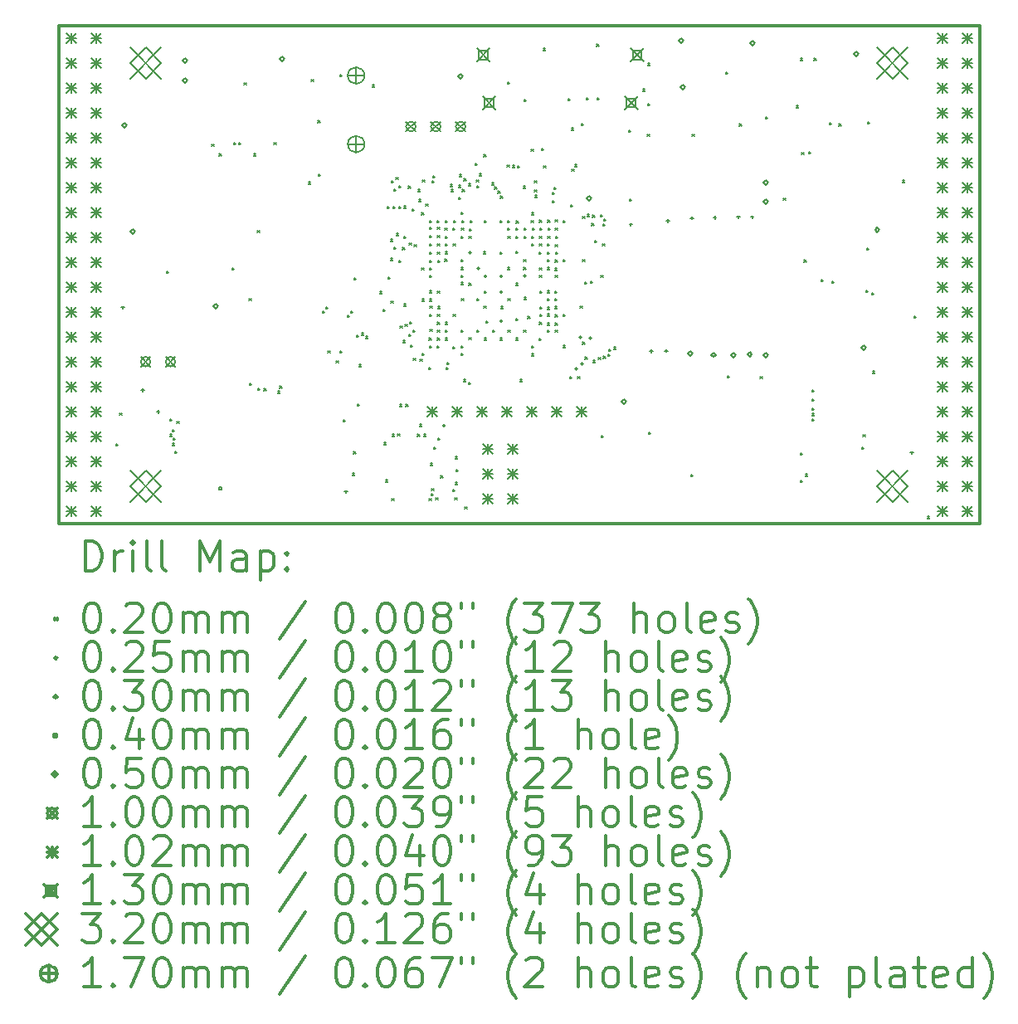
<source format=gbr>
%FSLAX45Y45*%
G04 Gerber Fmt 4.5, Leading zero omitted, Abs format (unit mm)*
G04 Created by KiCad (PCBNEW 5.0.0-rc2-dev-unknown+dfsg1+20180318-2) date Sun May 20 21:25:35 2018*
%MOMM*%
%LPD*%
G01*
G04 APERTURE LIST*
%ADD10C,0.300000*%
%ADD11C,0.200000*%
G04 APERTURE END LIST*
D10*
X9410000Y-6142000D02*
X9410000Y-11222000D01*
X18808000Y-6142000D02*
X9410000Y-6142000D01*
X18808000Y-11222000D02*
X18808000Y-6142000D01*
X9410000Y-11222000D02*
X18808000Y-11222000D01*
D11*
X9998000Y-10410000D02*
X10018000Y-10430000D01*
X10018000Y-10410000D02*
X9998000Y-10430000D01*
X10035000Y-10094400D02*
X10055000Y-10114400D01*
X10055000Y-10094400D02*
X10035000Y-10114400D01*
X10514501Y-8649556D02*
X10534501Y-8669556D01*
X10534501Y-8649556D02*
X10514501Y-8669556D01*
X10545314Y-10310867D02*
X10565314Y-10330867D01*
X10565314Y-10310867D02*
X10545314Y-10330867D01*
X10547276Y-10156132D02*
X10567276Y-10176132D01*
X10567276Y-10156132D02*
X10547276Y-10176132D01*
X10574100Y-10266721D02*
X10594100Y-10286721D01*
X10594100Y-10266721D02*
X10574100Y-10286721D01*
X10574777Y-10403885D02*
X10594777Y-10423885D01*
X10594777Y-10403885D02*
X10574777Y-10423885D01*
X10579048Y-10351357D02*
X10599048Y-10371357D01*
X10599048Y-10351357D02*
X10579048Y-10371357D01*
X10598875Y-10487404D02*
X10618875Y-10507404D01*
X10618875Y-10487404D02*
X10598875Y-10507404D01*
X10617613Y-10179347D02*
X10637613Y-10199347D01*
X10637613Y-10179347D02*
X10617613Y-10199347D01*
X10974000Y-7352000D02*
X10994000Y-7372000D01*
X10994000Y-7352000D02*
X10974000Y-7372000D01*
X11049908Y-7448938D02*
X11069908Y-7468938D01*
X11069908Y-7448938D02*
X11049908Y-7468938D01*
X11179522Y-8615379D02*
X11199522Y-8635379D01*
X11199522Y-8615379D02*
X11179522Y-8635379D01*
X11197485Y-7337442D02*
X11217485Y-7357442D01*
X11217485Y-7337442D02*
X11197485Y-7357442D01*
X11251427Y-7337442D02*
X11271427Y-7357442D01*
X11271427Y-7337442D02*
X11251427Y-7357442D01*
X11305725Y-6724363D02*
X11325725Y-6744363D01*
X11325725Y-6724363D02*
X11305725Y-6744363D01*
X11356061Y-8927572D02*
X11376061Y-8947572D01*
X11376061Y-8927572D02*
X11356061Y-8947572D01*
X11360000Y-9792000D02*
X11380000Y-9812000D01*
X11380000Y-9792000D02*
X11360000Y-9812000D01*
X11400408Y-7451220D02*
X11420408Y-7471220D01*
X11420408Y-7451220D02*
X11400408Y-7471220D01*
X11441393Y-8230943D02*
X11461393Y-8250943D01*
X11461393Y-8230943D02*
X11441393Y-8250943D01*
X11446099Y-9843956D02*
X11466099Y-9863956D01*
X11466099Y-9843956D02*
X11446099Y-9863956D01*
X11509063Y-9847239D02*
X11529063Y-9867239D01*
X11529063Y-9847239D02*
X11509063Y-9867239D01*
X11609800Y-7337442D02*
X11629800Y-7357442D01*
X11629800Y-7337442D02*
X11609800Y-7357442D01*
X11646959Y-9872885D02*
X11666959Y-9892885D01*
X11666959Y-9872885D02*
X11646959Y-9892885D01*
X11670000Y-9822000D02*
X11690000Y-9842000D01*
X11690000Y-9822000D02*
X11670000Y-9842000D01*
X11959215Y-7739412D02*
X11979215Y-7759412D01*
X11979215Y-7739412D02*
X11959215Y-7759412D01*
X11990800Y-6690800D02*
X12010800Y-6710800D01*
X12010800Y-6690800D02*
X11990800Y-6710800D01*
X12056498Y-7112736D02*
X12076498Y-7132736D01*
X12076498Y-7112736D02*
X12056498Y-7132736D01*
X12063993Y-7659408D02*
X12083993Y-7679408D01*
X12083993Y-7659408D02*
X12063993Y-7679408D01*
X12106600Y-9054800D02*
X12126600Y-9074800D01*
X12126600Y-9054800D02*
X12106600Y-9074800D01*
X12139415Y-9013562D02*
X12159415Y-9033562D01*
X12159415Y-9013562D02*
X12139415Y-9033562D01*
X12158748Y-9461825D02*
X12178748Y-9481825D01*
X12178748Y-9461825D02*
X12158748Y-9481825D01*
X12242792Y-9562590D02*
X12262792Y-9582590D01*
X12262792Y-9562590D02*
X12242792Y-9582590D01*
X12282618Y-6643232D02*
X12302618Y-6663232D01*
X12302618Y-6643232D02*
X12282618Y-6663232D01*
X12283265Y-9462436D02*
X12303265Y-9482436D01*
X12303265Y-9462436D02*
X12283265Y-9482436D01*
X12317388Y-10161592D02*
X12337388Y-10181592D01*
X12337388Y-10161592D02*
X12317388Y-10181592D01*
X12360966Y-9096472D02*
X12380966Y-9116472D01*
X12380966Y-9096472D02*
X12360966Y-9116472D01*
X12391502Y-9053519D02*
X12411502Y-9073519D01*
X12411502Y-9053519D02*
X12391502Y-9073519D01*
X12410242Y-10710764D02*
X12430242Y-10730764D01*
X12430242Y-10710764D02*
X12410242Y-10730764D01*
X12422216Y-10490236D02*
X12442216Y-10510236D01*
X12442216Y-10490236D02*
X12422216Y-10510236D01*
X12426118Y-8717437D02*
X12446118Y-8737437D01*
X12446118Y-8717437D02*
X12426118Y-8737437D01*
X12426118Y-8717437D02*
X12446118Y-8737437D01*
X12446118Y-8717437D02*
X12426118Y-8737437D01*
X12453269Y-9302035D02*
X12473269Y-9322035D01*
X12473269Y-9302035D02*
X12453269Y-9322035D01*
X12460744Y-10002698D02*
X12480744Y-10022698D01*
X12480744Y-10002698D02*
X12460744Y-10022698D01*
X12474902Y-9600287D02*
X12494902Y-9620287D01*
X12494902Y-9600287D02*
X12474902Y-9620287D01*
X12501033Y-9279764D02*
X12521033Y-9299764D01*
X12521033Y-9279764D02*
X12501033Y-9299764D01*
X12542510Y-9313676D02*
X12562510Y-9333676D01*
X12562510Y-9313676D02*
X12542510Y-9333676D01*
X12610450Y-6748537D02*
X12630450Y-6768537D01*
X12630450Y-6748537D02*
X12610450Y-6768537D01*
X12687018Y-8855931D02*
X12707018Y-8875931D01*
X12707018Y-8855931D02*
X12687018Y-8875931D01*
X12720111Y-9035435D02*
X12740111Y-9055435D01*
X12740111Y-9035435D02*
X12720111Y-9055435D01*
X12731909Y-10397773D02*
X12751909Y-10417773D01*
X12751909Y-10397773D02*
X12731909Y-10417773D01*
X12748660Y-10777504D02*
X12768660Y-10797504D01*
X12768660Y-10777504D02*
X12748660Y-10797504D01*
X12764988Y-7989114D02*
X12784988Y-8009114D01*
X12784988Y-7989114D02*
X12764988Y-8009114D01*
X12771035Y-8708207D02*
X12791035Y-8728207D01*
X12791035Y-8708207D02*
X12771035Y-8728207D01*
X12796207Y-8322888D02*
X12816207Y-8342888D01*
X12816207Y-8322888D02*
X12796207Y-8342888D01*
X12799179Y-8517702D02*
X12819179Y-8537702D01*
X12819179Y-8517702D02*
X12799179Y-8537702D01*
X12803679Y-8951152D02*
X12823679Y-8971152D01*
X12823679Y-8951152D02*
X12803679Y-8971152D01*
X12805201Y-7723267D02*
X12825201Y-7743267D01*
X12825201Y-7723267D02*
X12805201Y-7743267D01*
X12811634Y-10966034D02*
X12831634Y-10986034D01*
X12831634Y-10966034D02*
X12811634Y-10986034D01*
X12814780Y-10310898D02*
X12834780Y-10330898D01*
X12834780Y-10310898D02*
X12814780Y-10330898D01*
X12822879Y-7985310D02*
X12842879Y-8005310D01*
X12842879Y-7985310D02*
X12822879Y-8005310D01*
X12834680Y-7807951D02*
X12854680Y-7827951D01*
X12854680Y-7807951D02*
X12834680Y-7827951D01*
X12835268Y-8401687D02*
X12855268Y-8421687D01*
X12855268Y-8401687D02*
X12835268Y-8421687D01*
X12854493Y-7691566D02*
X12874493Y-7711566D01*
X12874493Y-7691566D02*
X12854493Y-7711566D01*
X12859178Y-8263722D02*
X12879178Y-8283722D01*
X12879178Y-8263722D02*
X12859178Y-8283722D01*
X12870682Y-10308590D02*
X12890682Y-10328590D01*
X12890682Y-10308590D02*
X12870682Y-10328590D01*
X12880857Y-7988548D02*
X12900857Y-8008548D01*
X12900857Y-7988548D02*
X12880857Y-8008548D01*
X12881301Y-8540585D02*
X12901301Y-8560585D01*
X12901301Y-8540585D02*
X12881301Y-8560585D01*
X12886175Y-7777882D02*
X12906175Y-7797882D01*
X12906175Y-7777882D02*
X12886175Y-7797882D01*
X12890520Y-10007480D02*
X12910520Y-10027480D01*
X12910520Y-10007480D02*
X12890520Y-10027480D01*
X12895573Y-9206272D02*
X12915573Y-9226272D01*
X12915573Y-9206272D02*
X12895573Y-9226272D01*
X12920256Y-8405350D02*
X12940256Y-8425350D01*
X12940256Y-8405350D02*
X12920256Y-8425350D01*
X12926203Y-9354578D02*
X12946203Y-9374578D01*
X12946203Y-9354578D02*
X12926203Y-9374578D01*
X12933760Y-7984679D02*
X12953760Y-8004679D01*
X12953760Y-7984679D02*
X12933760Y-8004679D01*
X12934924Y-8983794D02*
X12954924Y-9003794D01*
X12954924Y-8983794D02*
X12934924Y-9003794D01*
X12935809Y-8290406D02*
X12955809Y-8310406D01*
X12955809Y-8290406D02*
X12935809Y-8310406D01*
X12946857Y-9190566D02*
X12966857Y-9210566D01*
X12966857Y-9190566D02*
X12946857Y-9210566D01*
X12956000Y-10005500D02*
X12976000Y-10025500D01*
X12976000Y-10005500D02*
X12956000Y-10025500D01*
X12982095Y-7781082D02*
X13002095Y-7801082D01*
X13002095Y-7781082D02*
X12982095Y-7801082D01*
X12987271Y-9293510D02*
X13007271Y-9313510D01*
X13007271Y-9293510D02*
X12987271Y-9313510D01*
X12989202Y-8359151D02*
X13009202Y-8379151D01*
X13009202Y-8359151D02*
X12989202Y-8379151D01*
X12991955Y-9163298D02*
X13011955Y-9183298D01*
X13011955Y-9163298D02*
X12991955Y-9183298D01*
X13002337Y-9402267D02*
X13022337Y-9422267D01*
X13022337Y-9402267D02*
X13002337Y-9422267D01*
X13017215Y-8013821D02*
X13037215Y-8033821D01*
X13037215Y-8013821D02*
X13017215Y-8033821D01*
X13028454Y-9248473D02*
X13048454Y-9268473D01*
X13048454Y-9248473D02*
X13028454Y-9268473D01*
X13032200Y-9535600D02*
X13052200Y-9555600D01*
X13052200Y-9535600D02*
X13032200Y-9555600D01*
X13038793Y-8376986D02*
X13058793Y-8396986D01*
X13058793Y-8376986D02*
X13038793Y-8396986D01*
X13073948Y-10310899D02*
X13093948Y-10330899D01*
X13093948Y-10310899D02*
X13073948Y-10330899D01*
X13077859Y-7815329D02*
X13097859Y-7835329D01*
X13097859Y-7815329D02*
X13077859Y-7835329D01*
X13085264Y-7914901D02*
X13105264Y-7934901D01*
X13105264Y-7914901D02*
X13085264Y-7934901D01*
X13093907Y-10208700D02*
X13113907Y-10228700D01*
X13113907Y-10208700D02*
X13093907Y-10228700D01*
X13098471Y-9546418D02*
X13118471Y-9566418D01*
X13118471Y-9546418D02*
X13098471Y-9566418D01*
X13116430Y-8612711D02*
X13136430Y-8632711D01*
X13136430Y-8612711D02*
X13116430Y-8632711D01*
X13116518Y-8052178D02*
X13136518Y-8072178D01*
X13136518Y-8052178D02*
X13116518Y-8072178D01*
X13117950Y-8930733D02*
X13137950Y-8950733D01*
X13137950Y-8930733D02*
X13117950Y-8950733D01*
X13121616Y-9485914D02*
X13141616Y-9505914D01*
X13141616Y-9485914D02*
X13121616Y-9505914D01*
X13125345Y-7716470D02*
X13145345Y-7736470D01*
X13145345Y-7716470D02*
X13125345Y-7736470D01*
X13135385Y-10310829D02*
X13155385Y-10330829D01*
X13155385Y-10310829D02*
X13135385Y-10330829D01*
X13157757Y-7959799D02*
X13177757Y-7979799D01*
X13177757Y-7959799D02*
X13157757Y-7979799D01*
X13188633Y-9630479D02*
X13208633Y-9650479D01*
X13208633Y-9630479D02*
X13188633Y-9650479D01*
X13192441Y-10966678D02*
X13212441Y-10986678D01*
X13212441Y-10966678D02*
X13192441Y-10986678D01*
X13193199Y-9330000D02*
X13213199Y-9350000D01*
X13213199Y-9330000D02*
X13193199Y-9350000D01*
X13197562Y-8931064D02*
X13217562Y-8951064D01*
X13217562Y-8931064D02*
X13197562Y-8951064D01*
X13197734Y-9090201D02*
X13217734Y-9110201D01*
X13217734Y-9090201D02*
X13197734Y-9110201D01*
X13197902Y-8284734D02*
X13217902Y-8304734D01*
X13217902Y-8284734D02*
X13197902Y-8304734D01*
X13197999Y-8200333D02*
X13217999Y-8220333D01*
X13217999Y-8200333D02*
X13197999Y-8220333D01*
X13198000Y-8690000D02*
X13218000Y-8710000D01*
X13218000Y-8690000D02*
X13198000Y-8710000D01*
X13198000Y-9410000D02*
X13218000Y-9430000D01*
X13218000Y-9410000D02*
X13198000Y-9430000D01*
X13198303Y-8616041D02*
X13218303Y-8636041D01*
X13218303Y-8616041D02*
X13198303Y-8636041D01*
X13198368Y-8369136D02*
X13218368Y-8389136D01*
X13218368Y-8369136D02*
X13198368Y-8389136D01*
X13198405Y-8845827D02*
X13218405Y-8865827D01*
X13218405Y-8845827D02*
X13198405Y-8865827D01*
X13198801Y-8130801D02*
X13218801Y-8150801D01*
X13218801Y-8130801D02*
X13198801Y-8150801D01*
X13198979Y-8537938D02*
X13218979Y-8557938D01*
X13218979Y-8537938D02*
X13198979Y-8557938D01*
X13199289Y-8453537D02*
X13219289Y-8473537D01*
X13219289Y-8453537D02*
X13199289Y-8473537D01*
X13200000Y-9005799D02*
X13220000Y-9025799D01*
X13220000Y-9005799D02*
X13200000Y-9025799D01*
X13201075Y-9242748D02*
X13221075Y-9262748D01*
X13221075Y-9242748D02*
X13201075Y-9262748D01*
X13206286Y-10608587D02*
X13226286Y-10628587D01*
X13226286Y-10608587D02*
X13206286Y-10628587D01*
X13211973Y-10917729D02*
X13231973Y-10937729D01*
X13231973Y-10917729D02*
X13211973Y-10937729D01*
X13218587Y-10865445D02*
X13238587Y-10885445D01*
X13238587Y-10865445D02*
X13218587Y-10885445D01*
X13220903Y-7724256D02*
X13240903Y-7744256D01*
X13240903Y-7724256D02*
X13220903Y-7744256D01*
X13232873Y-7672932D02*
X13252873Y-7692932D01*
X13252873Y-7672932D02*
X13232873Y-7692932D01*
X13236800Y-10440341D02*
X13256800Y-10460341D01*
X13256800Y-10440341D02*
X13236800Y-10460341D01*
X13260800Y-10958000D02*
X13280800Y-10978000D01*
X13280800Y-10958000D02*
X13260800Y-10978000D01*
X13272048Y-8130098D02*
X13292048Y-8150098D01*
X13292048Y-8130098D02*
X13272048Y-8150098D01*
X13274623Y-9409707D02*
X13294623Y-9429707D01*
X13294623Y-9409707D02*
X13274623Y-9429707D01*
X13277261Y-8284735D02*
X13297261Y-8304735D01*
X13297261Y-8284735D02*
X13277261Y-8304735D01*
X13278000Y-8200334D02*
X13298000Y-8220334D01*
X13298000Y-8200334D02*
X13278000Y-8220334D01*
X13278000Y-8850000D02*
X13298000Y-8870000D01*
X13298000Y-8850000D02*
X13278000Y-8870000D01*
X13278000Y-9090000D02*
X13298000Y-9110000D01*
X13298000Y-9090000D02*
X13278000Y-9110000D01*
X13278000Y-9170000D02*
X13298000Y-9190000D01*
X13298000Y-9170000D02*
X13278000Y-9190000D01*
X13278000Y-9250000D02*
X13298000Y-9270000D01*
X13298000Y-9250000D02*
X13278000Y-9270000D01*
X13278000Y-9330000D02*
X13298000Y-9350000D01*
X13298000Y-9330000D02*
X13278000Y-9350000D01*
X13278175Y-8369136D02*
X13298175Y-8389136D01*
X13298175Y-8369136D02*
X13278175Y-8389136D01*
X13278218Y-8453537D02*
X13298218Y-8473537D01*
X13298218Y-8453537D02*
X13278218Y-8473537D01*
X13279688Y-8536938D02*
X13299688Y-8556938D01*
X13299688Y-8536938D02*
X13279688Y-8556938D01*
X13280000Y-9008000D02*
X13300000Y-9028000D01*
X13300000Y-9008000D02*
X13280000Y-9028000D01*
X13282849Y-10350134D02*
X13302849Y-10370134D01*
X13302849Y-10350134D02*
X13282849Y-10370134D01*
X13311600Y-10736500D02*
X13331600Y-10756500D01*
X13331600Y-10736500D02*
X13311600Y-10756500D01*
X13352314Y-8526642D02*
X13372314Y-8546642D01*
X13372314Y-8526642D02*
X13352314Y-8546642D01*
X13354839Y-8209060D02*
X13374839Y-8229060D01*
X13374839Y-8209060D02*
X13354839Y-8229060D01*
X13356449Y-8131468D02*
X13376449Y-8151468D01*
X13376449Y-8131468D02*
X13356449Y-8151468D01*
X13357194Y-8449520D02*
X13377194Y-8469520D01*
X13377194Y-8449520D02*
X13357194Y-8469520D01*
X13358000Y-8290000D02*
X13378000Y-8310000D01*
X13378000Y-8290000D02*
X13358000Y-8310000D01*
X13358000Y-8370000D02*
X13378000Y-8390000D01*
X13378000Y-8370000D02*
X13358000Y-8390000D01*
X13358000Y-9170000D02*
X13378000Y-9190000D01*
X13378000Y-9170000D02*
X13358000Y-9190000D01*
X13358000Y-9250000D02*
X13378000Y-9270000D01*
X13378000Y-9250000D02*
X13358000Y-9270000D01*
X13358548Y-9330230D02*
X13378548Y-9350230D01*
X13378548Y-9330230D02*
X13358548Y-9350230D01*
X13366285Y-9629515D02*
X13386285Y-9649515D01*
X13386285Y-9629515D02*
X13366285Y-9649515D01*
X13375239Y-9577580D02*
X13395239Y-9597580D01*
X13395239Y-9577580D02*
X13375239Y-9597580D01*
X13407730Y-7762109D02*
X13427730Y-7782109D01*
X13427730Y-7762109D02*
X13407730Y-7782109D01*
X13415018Y-7815381D02*
X13435018Y-7835381D01*
X13435018Y-7815381D02*
X13415018Y-7835381D01*
X13433398Y-8208015D02*
X13453398Y-8228015D01*
X13453398Y-8208015D02*
X13433398Y-8228015D01*
X13435582Y-9416717D02*
X13455582Y-9436717D01*
X13455582Y-9416717D02*
X13435582Y-9436717D01*
X13436400Y-10874197D02*
X13456400Y-10894197D01*
X13456400Y-10874197D02*
X13436400Y-10894197D01*
X13438000Y-8370000D02*
X13458000Y-8390000D01*
X13458000Y-8370000D02*
X13438000Y-8390000D01*
X13438000Y-9090000D02*
X13458000Y-9110000D01*
X13458000Y-9090000D02*
X13438000Y-9110000D01*
X13440850Y-8130675D02*
X13460850Y-8150675D01*
X13460850Y-8130675D02*
X13440850Y-8150675D01*
X13453687Y-10961995D02*
X13473687Y-10981995D01*
X13473687Y-10961995D02*
X13453687Y-10981995D01*
X13457587Y-10803159D02*
X13477587Y-10823159D01*
X13477587Y-10803159D02*
X13457587Y-10823159D01*
X13460735Y-10540845D02*
X13480735Y-10560845D01*
X13480735Y-10540845D02*
X13460735Y-10560845D01*
X13465065Y-10671051D02*
X13485065Y-10691051D01*
X13485065Y-10671051D02*
X13465065Y-10691051D01*
X13492132Y-7892495D02*
X13512132Y-7912495D01*
X13512132Y-7892495D02*
X13492132Y-7912495D01*
X13493478Y-7773120D02*
X13513478Y-7793120D01*
X13513478Y-7773120D02*
X13493478Y-7793120D01*
X13502968Y-7663013D02*
X13522968Y-7683013D01*
X13522968Y-7663013D02*
X13502968Y-7683013D01*
X13516300Y-8762700D02*
X13536300Y-8782700D01*
X13536300Y-8762700D02*
X13516300Y-8782700D01*
X13518000Y-8292201D02*
X13538000Y-8312201D01*
X13538000Y-8292201D02*
X13518000Y-8312201D01*
X13518000Y-8530000D02*
X13538000Y-8550000D01*
X13538000Y-8530000D02*
X13518000Y-8550000D01*
X13518000Y-8610000D02*
X13538000Y-8630000D01*
X13538000Y-8610000D02*
X13518000Y-8630000D01*
X13518000Y-8690000D02*
X13538000Y-8710000D01*
X13538000Y-8690000D02*
X13518000Y-8710000D01*
X13518000Y-9250000D02*
X13538000Y-9270000D01*
X13538000Y-9250000D02*
X13518000Y-9270000D01*
X13518128Y-8048312D02*
X13538128Y-8068312D01*
X13538128Y-8048312D02*
X13518128Y-8068312D01*
X13518463Y-9488530D02*
X13538463Y-9508530D01*
X13538463Y-9488530D02*
X13518463Y-9508530D01*
X13518862Y-9412562D02*
X13538862Y-9432562D01*
X13538862Y-9412562D02*
X13518862Y-9432562D01*
X13521538Y-8209385D02*
X13541538Y-8229385D01*
X13541538Y-8209385D02*
X13521538Y-8229385D01*
X13524276Y-8928163D02*
X13544276Y-8948163D01*
X13544276Y-8928163D02*
X13524276Y-8948163D01*
X13525957Y-8129544D02*
X13545957Y-8149544D01*
X13545957Y-8129544D02*
X13525957Y-8149544D01*
X13531439Y-7812965D02*
X13551439Y-7832965D01*
X13551439Y-7812965D02*
X13531439Y-7832965D01*
X13541700Y-9753300D02*
X13561700Y-9773300D01*
X13561700Y-9753300D02*
X13541700Y-9773300D01*
X13548770Y-7704070D02*
X13568770Y-7724070D01*
X13568770Y-7704070D02*
X13548770Y-7724070D01*
X13555656Y-11051071D02*
X13575656Y-11071071D01*
X13575656Y-11051071D02*
X13555656Y-11071071D01*
X13594882Y-7754550D02*
X13614882Y-7774550D01*
X13614882Y-7754550D02*
X13594882Y-7774550D01*
X13595027Y-9781423D02*
X13615027Y-9801423D01*
X13615027Y-9781423D02*
X13595027Y-9801423D01*
X13598000Y-8290000D02*
X13618000Y-8310000D01*
X13618000Y-8290000D02*
X13598000Y-8310000D01*
X13598000Y-8770000D02*
X13618000Y-8790000D01*
X13618000Y-8770000D02*
X13598000Y-8790000D01*
X13599596Y-9326965D02*
X13619596Y-9346965D01*
X13619596Y-9326965D02*
X13599596Y-9346965D01*
X13602455Y-8216004D02*
X13622455Y-8236004D01*
X13622455Y-8216004D02*
X13602455Y-8236004D01*
X13613334Y-8133723D02*
X13633334Y-8153723D01*
X13633334Y-8133723D02*
X13613334Y-8153723D01*
X13664259Y-7547941D02*
X13684259Y-7567941D01*
X13684259Y-7547941D02*
X13664259Y-7567941D01*
X13676320Y-7718760D02*
X13696320Y-7738760D01*
X13696320Y-7718760D02*
X13676320Y-7738760D01*
X13678000Y-8930000D02*
X13698000Y-8950000D01*
X13698000Y-8930000D02*
X13678000Y-8950000D01*
X13678000Y-9250000D02*
X13698000Y-9270000D01*
X13698000Y-9250000D02*
X13678000Y-9270000D01*
X13679461Y-7776107D02*
X13699461Y-7796107D01*
X13699461Y-7776107D02*
X13679461Y-7796107D01*
X13707437Y-7652487D02*
X13727437Y-7672487D01*
X13727437Y-7652487D02*
X13707437Y-7672487D01*
X13745078Y-8447729D02*
X13765078Y-8467729D01*
X13765078Y-8447729D02*
X13745078Y-8467729D01*
X13752489Y-9002290D02*
X13772489Y-9022290D01*
X13772489Y-9002290D02*
X13752489Y-9022290D01*
X13752520Y-7459680D02*
X13772520Y-7479680D01*
X13772520Y-7459680D02*
X13752520Y-7479680D01*
X13758000Y-8130000D02*
X13778000Y-8150000D01*
X13778000Y-8130000D02*
X13758000Y-8150000D01*
X13758000Y-8850000D02*
X13778000Y-8870000D01*
X13778000Y-8850000D02*
X13758000Y-8870000D01*
X13758000Y-9330000D02*
X13778000Y-9350000D01*
X13778000Y-9330000D02*
X13758000Y-9350000D01*
X13770300Y-9156400D02*
X13790300Y-9176400D01*
X13790300Y-9156400D02*
X13770300Y-9176400D01*
X13830592Y-7745154D02*
X13850592Y-7765154D01*
X13850592Y-7745154D02*
X13830592Y-7765154D01*
X13838000Y-9250000D02*
X13858000Y-9270000D01*
X13858000Y-9250000D02*
X13838000Y-9270000D01*
X13862293Y-7788159D02*
X13882293Y-7808159D01*
X13882293Y-7788159D02*
X13862293Y-7808159D01*
X13893994Y-7831909D02*
X13913994Y-7851909D01*
X13913994Y-7831909D02*
X13893994Y-7851909D01*
X13917252Y-8451135D02*
X13937252Y-8471135D01*
X13937252Y-8451135D02*
X13917252Y-8471135D01*
X13918000Y-8130000D02*
X13938000Y-8150000D01*
X13938000Y-8130000D02*
X13918000Y-8150000D01*
X13918000Y-9330000D02*
X13938000Y-9350000D01*
X13938000Y-9330000D02*
X13918000Y-9350000D01*
X13921466Y-7881869D02*
X13941466Y-7901869D01*
X13941466Y-7881869D02*
X13921466Y-7901869D01*
X13922232Y-9006404D02*
X13942232Y-9026404D01*
X13942232Y-9006404D02*
X13922232Y-9026404D01*
X13989274Y-7564800D02*
X14009274Y-7584800D01*
X14009274Y-7564800D02*
X13989274Y-7584800D01*
X13991460Y-8609297D02*
X14011460Y-8629297D01*
X14011460Y-8609297D02*
X13991460Y-8629297D01*
X13992898Y-8130000D02*
X14012898Y-8150000D01*
X14012898Y-8130000D02*
X13992898Y-8150000D01*
X13992898Y-8210000D02*
X14012898Y-8230000D01*
X14012898Y-8210000D02*
X13992898Y-8230000D01*
X13993243Y-6718693D02*
X14013243Y-6738693D01*
X14013243Y-6718693D02*
X13993243Y-6738693D01*
X13996000Y-8292000D02*
X14016000Y-8312000D01*
X14016000Y-8292000D02*
X13996000Y-8312000D01*
X13998000Y-8930000D02*
X14018000Y-8950000D01*
X14018000Y-8930000D02*
X13998000Y-8950000D01*
X13998000Y-9250000D02*
X14018000Y-9270000D01*
X14018000Y-9250000D02*
X13998000Y-9270000D01*
X14041773Y-7569399D02*
X14061773Y-7589399D01*
X14061773Y-7569399D02*
X14041773Y-7589399D01*
X14076133Y-8294127D02*
X14096133Y-8314127D01*
X14096133Y-8294127D02*
X14076133Y-8314127D01*
X14077299Y-8207716D02*
X14097299Y-8227716D01*
X14097299Y-8207716D02*
X14077299Y-8227716D01*
X14077419Y-9133335D02*
X14097419Y-9153335D01*
X14097419Y-9133335D02*
X14077419Y-9153335D01*
X14077693Y-8445254D02*
X14097693Y-8465254D01*
X14097693Y-8445254D02*
X14077693Y-8465254D01*
X14078000Y-9330000D02*
X14098000Y-9350000D01*
X14098000Y-9330000D02*
X14078000Y-9350000D01*
X14079623Y-8771623D02*
X14099623Y-8791623D01*
X14099623Y-8771623D02*
X14079623Y-8791623D01*
X14082264Y-8134744D02*
X14102264Y-8154744D01*
X14102264Y-8134744D02*
X14082264Y-8154744D01*
X14094211Y-7574661D02*
X14114211Y-7594661D01*
X14114211Y-7574661D02*
X14094211Y-7594661D01*
X14118066Y-9754201D02*
X14138066Y-9774201D01*
X14138066Y-9754201D02*
X14118066Y-9774201D01*
X14152481Y-7781450D02*
X14172481Y-7801450D01*
X14172481Y-7781450D02*
X14152481Y-7801450D01*
X14158000Y-8530000D02*
X14178000Y-8550000D01*
X14178000Y-8530000D02*
X14158000Y-8550000D01*
X14158000Y-8610000D02*
X14178000Y-8630000D01*
X14178000Y-8610000D02*
X14158000Y-8630000D01*
X14158000Y-9250000D02*
X14178000Y-9270000D01*
X14178000Y-9250000D02*
X14158000Y-9270000D01*
X14162701Y-8209494D02*
X14182701Y-8229494D01*
X14182701Y-8209494D02*
X14162701Y-8229494D01*
X14162701Y-8289887D02*
X14182701Y-8309887D01*
X14182701Y-8289887D02*
X14162701Y-8309887D01*
X14164000Y-8915099D02*
X14184000Y-8935099D01*
X14184000Y-8915099D02*
X14164000Y-8935099D01*
X14164285Y-6893836D02*
X14184285Y-6913836D01*
X14184285Y-6893836D02*
X14164285Y-6913836D01*
X14200722Y-9110102D02*
X14220722Y-9130102D01*
X14220722Y-9110102D02*
X14200722Y-9130102D01*
X14233699Y-7403800D02*
X14253699Y-7423800D01*
X14253699Y-7403800D02*
X14233699Y-7423800D01*
X14235032Y-8132000D02*
X14255032Y-8152000D01*
X14255032Y-8132000D02*
X14235032Y-8152000D01*
X14236000Y-8052000D02*
X14256000Y-8072000D01*
X14256000Y-8052000D02*
X14236000Y-8072000D01*
X14236000Y-8292000D02*
X14256000Y-8312000D01*
X14256000Y-8292000D02*
X14236000Y-8312000D01*
X14238000Y-8370000D02*
X14258000Y-8390000D01*
X14258000Y-8370000D02*
X14238000Y-8390000D01*
X14238000Y-9410000D02*
X14258000Y-9430000D01*
X14258000Y-9410000D02*
X14238000Y-9430000D01*
X14238000Y-9490000D02*
X14258000Y-9510000D01*
X14258000Y-9490000D02*
X14238000Y-9510000D01*
X14247102Y-8210435D02*
X14267102Y-8230435D01*
X14267102Y-8210435D02*
X14247102Y-8230435D01*
X14268441Y-7818307D02*
X14288441Y-7838307D01*
X14288441Y-7818307D02*
X14268441Y-7838307D01*
X14268583Y-7724192D02*
X14288583Y-7744192D01*
X14288583Y-7724192D02*
X14268583Y-7744192D01*
X14271130Y-7874603D02*
X14291130Y-7894603D01*
X14291130Y-7874603D02*
X14271130Y-7894603D01*
X14316000Y-8452000D02*
X14336000Y-8472000D01*
X14336000Y-8452000D02*
X14316000Y-8472000D01*
X14316969Y-9331491D02*
X14336969Y-9351491D01*
X14336969Y-9331491D02*
X14316969Y-9351491D01*
X14318000Y-8370000D02*
X14338000Y-8390000D01*
X14338000Y-8370000D02*
X14318000Y-8390000D01*
X14318000Y-8690000D02*
X14338000Y-8710000D01*
X14338000Y-8690000D02*
X14318000Y-8710000D01*
X14318000Y-9170000D02*
X14338000Y-9190000D01*
X14338000Y-9170000D02*
X14318000Y-9190000D01*
X14318740Y-8294201D02*
X14338740Y-8314201D01*
X14338740Y-8294201D02*
X14318740Y-8314201D01*
X14319433Y-8127729D02*
X14339433Y-8147729D01*
X14339433Y-8127729D02*
X14319433Y-8147729D01*
X14320000Y-8612000D02*
X14340000Y-8632000D01*
X14340000Y-8612000D02*
X14320000Y-8632000D01*
X14322201Y-8849503D02*
X14342201Y-8869503D01*
X14342201Y-8849503D02*
X14322201Y-8869503D01*
X14322201Y-9010195D02*
X14342201Y-9030195D01*
X14342201Y-9010195D02*
X14322201Y-9030195D01*
X14322201Y-9090066D02*
X14342201Y-9110066D01*
X14342201Y-9090066D02*
X14322201Y-9110066D01*
X14323265Y-8209799D02*
X14343265Y-8229799D01*
X14343265Y-8209799D02*
X14323265Y-8229799D01*
X14341800Y-7397450D02*
X14361800Y-7417450D01*
X14361800Y-7397450D02*
X14341800Y-7417450D01*
X14355067Y-6376252D02*
X14375067Y-6396252D01*
X14375067Y-6376252D02*
X14355067Y-6396252D01*
X14360888Y-7571730D02*
X14380888Y-7591730D01*
X14380888Y-7571730D02*
X14360888Y-7591730D01*
X14396483Y-9177765D02*
X14416483Y-9197765D01*
X14416483Y-9177765D02*
X14396483Y-9197765D01*
X14397624Y-8929530D02*
X14417624Y-8949530D01*
X14417624Y-8929530D02*
X14397624Y-8949530D01*
X14397701Y-9016697D02*
X14417701Y-9036697D01*
X14417701Y-9016697D02*
X14397701Y-9036697D01*
X14398000Y-8610000D02*
X14418000Y-8630000D01*
X14418000Y-8610000D02*
X14398000Y-8630000D01*
X14398000Y-9085650D02*
X14418000Y-9105650D01*
X14418000Y-9085650D02*
X14398000Y-9105650D01*
X14398283Y-8848451D02*
X14418283Y-8868451D01*
X14418283Y-8848451D02*
X14398283Y-8868451D01*
X14400201Y-8529722D02*
X14420201Y-8549722D01*
X14420201Y-8529722D02*
X14400201Y-8549722D01*
X14400319Y-8367799D02*
X14420319Y-8387799D01*
X14420319Y-8367799D02*
X14400319Y-8387799D01*
X14400350Y-8456040D02*
X14420350Y-8476040D01*
X14420350Y-8456040D02*
X14400350Y-8476040D01*
X14401325Y-9248876D02*
X14421325Y-9268876D01*
X14421325Y-9248876D02*
X14401325Y-9268876D01*
X14403141Y-8290000D02*
X14423141Y-8310000D01*
X14423141Y-8290000D02*
X14403141Y-8310000D01*
X14403835Y-8128377D02*
X14423835Y-8148377D01*
X14423835Y-8128377D02*
X14403835Y-8148377D01*
X14407666Y-8210000D02*
X14427666Y-8230000D01*
X14427666Y-8210000D02*
X14407666Y-8230000D01*
X14450634Y-7841735D02*
X14470634Y-7861735D01*
X14470634Y-7841735D02*
X14450634Y-7861735D01*
X14450634Y-7926136D02*
X14470634Y-7946136D01*
X14470634Y-7926136D02*
X14450634Y-7946136D01*
X14469153Y-7792394D02*
X14489153Y-7812394D01*
X14489153Y-7792394D02*
X14469153Y-7812394D01*
X14475676Y-8924990D02*
X14495676Y-8944990D01*
X14495676Y-8924990D02*
X14475676Y-8944990D01*
X14476724Y-9009392D02*
X14496724Y-9029392D01*
X14496724Y-9009392D02*
X14476724Y-9029392D01*
X14477515Y-8619275D02*
X14497515Y-8639275D01*
X14497515Y-8619275D02*
X14477515Y-8639275D01*
X14477765Y-8852201D02*
X14497765Y-8872201D01*
X14497765Y-8852201D02*
X14477765Y-8872201D01*
X14478235Y-9247799D02*
X14498235Y-9267799D01*
X14498235Y-9247799D02*
X14478235Y-9267799D01*
X14478778Y-8123192D02*
X14498778Y-8143192D01*
X14498778Y-8123192D02*
X14478778Y-8143192D01*
X14478812Y-8207593D02*
X14498812Y-8227593D01*
X14498812Y-8207593D02*
X14478812Y-8227593D01*
X14478935Y-8534874D02*
X14498935Y-8554874D01*
X14498935Y-8534874D02*
X14478935Y-8554874D01*
X14479160Y-9178194D02*
X14499160Y-9198194D01*
X14499160Y-9178194D02*
X14479160Y-9198194D01*
X14479432Y-8687756D02*
X14499432Y-8707756D01*
X14499432Y-8687756D02*
X14479432Y-8707756D01*
X14479670Y-8376395D02*
X14499670Y-8396395D01*
X14499670Y-8376395D02*
X14479670Y-8396395D01*
X14480294Y-9093793D02*
X14500294Y-9113793D01*
X14500294Y-9093793D02*
X14480294Y-9113793D01*
X14481241Y-8455796D02*
X14501241Y-8475796D01*
X14501241Y-8455796D02*
X14481241Y-8475796D01*
X14481689Y-8291994D02*
X14501689Y-8311994D01*
X14501689Y-8291994D02*
X14481689Y-8311994D01*
X14557281Y-8529606D02*
X14577281Y-8549606D01*
X14577281Y-8529606D02*
X14557281Y-8549606D01*
X14558000Y-8130512D02*
X14578000Y-8150512D01*
X14578000Y-8130512D02*
X14558000Y-8150512D01*
X14558739Y-9089665D02*
X14578739Y-9109665D01*
X14578739Y-9089665D02*
X14558739Y-9109665D01*
X14559124Y-9406675D02*
X14579124Y-9426675D01*
X14579124Y-9406675D02*
X14559124Y-9426675D01*
X14613342Y-6884608D02*
X14633342Y-6904608D01*
X14633342Y-6884608D02*
X14613342Y-6904608D01*
X14629479Y-9723392D02*
X14649479Y-9743392D01*
X14649479Y-9723392D02*
X14629479Y-9743392D01*
X14638141Y-7971938D02*
X14658141Y-7991938D01*
X14658141Y-7971938D02*
X14638141Y-7991938D01*
X14646600Y-7187900D02*
X14666600Y-7207900D01*
X14666600Y-7187900D02*
X14646600Y-7207900D01*
X14648744Y-7607406D02*
X14668744Y-7627406D01*
X14668744Y-7607406D02*
X14648744Y-7627406D01*
X14680980Y-7560789D02*
X14700980Y-7580789D01*
X14700980Y-7560789D02*
X14680980Y-7580789D01*
X14707598Y-9723392D02*
X14727598Y-9743392D01*
X14727598Y-9723392D02*
X14707598Y-9743392D01*
X14733095Y-9001248D02*
X14753095Y-9021248D01*
X14753095Y-9001248D02*
X14733095Y-9021248D01*
X14748200Y-7143450D02*
X14768200Y-7163450D01*
X14768200Y-7143450D02*
X14748200Y-7163450D01*
X14758739Y-8527409D02*
X14778739Y-8547409D01*
X14778739Y-8527409D02*
X14758739Y-8547409D01*
X14758831Y-8088311D02*
X14778831Y-8108311D01*
X14778831Y-8088311D02*
X14758831Y-8108311D01*
X14760000Y-9372000D02*
X14780000Y-9392000D01*
X14780000Y-9372000D02*
X14760000Y-9392000D01*
X14781079Y-8758342D02*
X14801079Y-8778342D01*
X14801079Y-8758342D02*
X14781079Y-8778342D01*
X14782886Y-9523902D02*
X14802886Y-9543902D01*
X14802886Y-9523902D02*
X14782886Y-9543902D01*
X14799000Y-6876750D02*
X14819000Y-6896750D01*
X14819000Y-6876750D02*
X14799000Y-6896750D01*
X14807525Y-8068155D02*
X14827525Y-8088155D01*
X14827525Y-8068155D02*
X14807525Y-8088155D01*
X14838354Y-8752346D02*
X14858354Y-8772346D01*
X14858354Y-8752346D02*
X14838354Y-8772346D01*
X14851066Y-8160586D02*
X14871066Y-8180586D01*
X14871066Y-8160586D02*
X14851066Y-8180586D01*
X14859611Y-8076185D02*
X14879611Y-8096185D01*
X14879611Y-8076185D02*
X14859611Y-8096185D01*
X14864798Y-9556963D02*
X14884798Y-9576963D01*
X14884798Y-9556963D02*
X14864798Y-9576963D01*
X14882151Y-8334201D02*
X14902151Y-8354201D01*
X14902151Y-8334201D02*
X14882151Y-8354201D01*
X14903412Y-6332405D02*
X14923412Y-6352405D01*
X14923412Y-6332405D02*
X14903412Y-6352405D01*
X14906950Y-6876750D02*
X14926950Y-6896750D01*
X14926950Y-6876750D02*
X14906950Y-6896750D01*
X14918439Y-9527799D02*
X14938439Y-9547799D01*
X14938439Y-9527799D02*
X14918439Y-9547799D01*
X14942722Y-8073801D02*
X14962722Y-8093801D01*
X14962722Y-8073801D02*
X14942722Y-8093801D01*
X14945314Y-8688944D02*
X14965314Y-8708944D01*
X14965314Y-8688944D02*
X14945314Y-8708944D01*
X14947728Y-10322085D02*
X14967728Y-10342085D01*
X14967728Y-10322085D02*
X14947728Y-10342085D01*
X14963249Y-8370769D02*
X14983249Y-8390769D01*
X14983249Y-8370769D02*
X14963249Y-8390769D01*
X14968729Y-8167499D02*
X14988729Y-8187499D01*
X14988729Y-8167499D02*
X14968729Y-8187499D01*
X14969589Y-9515108D02*
X14989589Y-9535108D01*
X14989589Y-9515108D02*
X14969589Y-9535108D01*
X14975319Y-8115211D02*
X14995319Y-8135211D01*
X14995319Y-8115211D02*
X14975319Y-8135211D01*
X15017890Y-9494025D02*
X15037890Y-9514025D01*
X15037890Y-9494025D02*
X15017890Y-9514025D01*
X15024597Y-9441753D02*
X15044597Y-9461753D01*
X15044597Y-9441753D02*
X15024597Y-9461753D01*
X15078921Y-9423257D02*
X15098921Y-9443257D01*
X15098921Y-9423257D02*
X15078921Y-9443257D01*
X15230800Y-7206950D02*
X15250800Y-7226950D01*
X15250800Y-7206950D02*
X15230800Y-7226950D01*
X15239707Y-7909347D02*
X15259707Y-7929347D01*
X15259707Y-7909347D02*
X15239707Y-7929347D01*
X15370500Y-6789627D02*
X15390500Y-6809627D01*
X15390500Y-6789627D02*
X15370500Y-6809627D01*
X15419800Y-7249600D02*
X15439800Y-7269600D01*
X15439800Y-7249600D02*
X15419800Y-7269600D01*
X15421300Y-6527500D02*
X15441300Y-6547500D01*
X15441300Y-6527500D02*
X15421300Y-6547500D01*
X15421300Y-6940250D02*
X15441300Y-6960250D01*
X15441300Y-6940250D02*
X15421300Y-6960250D01*
X15432558Y-10288777D02*
X15452558Y-10308777D01*
X15452558Y-10288777D02*
X15432558Y-10308777D01*
X15861665Y-10722518D02*
X15881665Y-10742518D01*
X15881665Y-10722518D02*
X15861665Y-10742518D01*
X15877000Y-7249600D02*
X15897000Y-7269600D01*
X15897000Y-7249600D02*
X15877000Y-7269600D01*
X16217147Y-6618496D02*
X16237147Y-6638496D01*
X16237147Y-6618496D02*
X16217147Y-6638496D01*
X16234100Y-9717000D02*
X16254100Y-9737000D01*
X16254100Y-9717000D02*
X16234100Y-9737000D01*
X16360322Y-7144216D02*
X16380322Y-7164216D01*
X16380322Y-7144216D02*
X16360322Y-7164216D01*
X16570337Y-9724488D02*
X16590337Y-9744488D01*
X16590337Y-9724488D02*
X16570337Y-9744488D01*
X16625348Y-7073546D02*
X16645348Y-7093546D01*
X16645348Y-7073546D02*
X16625348Y-7093546D01*
X16806644Y-7900804D02*
X16826644Y-7920804D01*
X16826644Y-7900804D02*
X16806644Y-7920804D01*
X16941704Y-6958649D02*
X16961704Y-6978649D01*
X16961704Y-6958649D02*
X16941704Y-6978649D01*
X16981900Y-6474900D02*
X17001900Y-6494900D01*
X17001900Y-6474900D02*
X16981900Y-6494900D01*
X16983400Y-10502600D02*
X17003400Y-10522600D01*
X17003400Y-10502600D02*
X16983400Y-10522600D01*
X16983400Y-10782000D02*
X17003400Y-10802000D01*
X17003400Y-10782000D02*
X16983400Y-10802000D01*
X16992648Y-7438502D02*
X17012648Y-7458502D01*
X17012648Y-7438502D02*
X16992648Y-7458502D01*
X17020954Y-8534153D02*
X17040954Y-8554153D01*
X17040954Y-8534153D02*
X17020954Y-8554153D01*
X17031101Y-10718620D02*
X17051101Y-10738620D01*
X17051101Y-10718620D02*
X17031101Y-10738620D01*
X17063907Y-7430637D02*
X17083907Y-7450637D01*
X17083907Y-7430637D02*
X17063907Y-7450637D01*
X17098912Y-9856600D02*
X17118912Y-9876600D01*
X17118912Y-9856600D02*
X17098912Y-9876600D01*
X17098912Y-9951966D02*
X17118912Y-9971966D01*
X17118912Y-9951966D02*
X17098912Y-9971966D01*
X17098912Y-10045982D02*
X17118912Y-10065982D01*
X17118912Y-10045982D02*
X17098912Y-10065982D01*
X17098912Y-10098683D02*
X17118912Y-10118683D01*
X17118912Y-10098683D02*
X17098912Y-10118683D01*
X17098912Y-10155324D02*
X17118912Y-10175324D01*
X17118912Y-10155324D02*
X17098912Y-10175324D01*
X17121600Y-6474900D02*
X17141600Y-6494900D01*
X17141600Y-6474900D02*
X17121600Y-6494900D01*
X17194707Y-8733845D02*
X17214707Y-8753845D01*
X17214707Y-8733845D02*
X17194707Y-8753845D01*
X17275372Y-7130727D02*
X17295372Y-7150727D01*
X17295372Y-7130727D02*
X17275372Y-7150727D01*
X17303795Y-8749428D02*
X17323795Y-8769428D01*
X17323795Y-8749428D02*
X17303795Y-8769428D01*
X17375600Y-7143899D02*
X17395600Y-7163899D01*
X17395600Y-7143899D02*
X17375600Y-7163899D01*
X17608573Y-10442076D02*
X17628573Y-10462076D01*
X17628573Y-10442076D02*
X17608573Y-10462076D01*
X17620559Y-10317981D02*
X17640559Y-10337981D01*
X17640559Y-10317981D02*
X17620559Y-10337981D01*
X17650543Y-8840716D02*
X17670543Y-8860716D01*
X17670543Y-8840716D02*
X17650543Y-8860716D01*
X17660000Y-8412000D02*
X17680000Y-8432000D01*
X17680000Y-8412000D02*
X17660000Y-8432000D01*
X17669708Y-7124179D02*
X17689708Y-7144179D01*
X17689708Y-7124179D02*
X17669708Y-7144179D01*
X17711107Y-8866403D02*
X17731107Y-8886403D01*
X17731107Y-8866403D02*
X17711107Y-8886403D01*
X17718798Y-9667866D02*
X17738798Y-9687866D01*
X17738798Y-9667866D02*
X17718798Y-9687866D01*
X18024078Y-7721693D02*
X18044078Y-7741693D01*
X18044078Y-7721693D02*
X18024078Y-7741693D01*
X18139100Y-9105600D02*
X18159100Y-9125600D01*
X18159100Y-9105600D02*
X18139100Y-9125600D01*
X18278800Y-11150300D02*
X18298800Y-11170300D01*
X18298800Y-11150300D02*
X18278800Y-11170300D01*
X13357629Y-10223262D02*
G75*
G03X13357629Y-10223262I-12700J0D01*
G01*
X13620700Y-8460000D02*
G75*
G03X13620700Y-8460000I-12700J0D01*
G01*
X13706511Y-8619631D02*
G75*
G03X13706511Y-8619631I-12700J0D01*
G01*
X13780700Y-8700000D02*
G75*
G03X13780700Y-8700000I-12700J0D01*
G01*
X13939164Y-9161521D02*
G75*
G03X13939164Y-9161521I-12700J0D01*
G01*
X13940700Y-8700000D02*
G75*
G03X13940700Y-8700000I-12700J0D01*
G01*
X13940700Y-8860000D02*
G75*
G03X13940700Y-8860000I-12700J0D01*
G01*
X14180298Y-8698652D02*
G75*
G03X14180298Y-8698652I-12700J0D01*
G01*
X14706928Y-9645206D02*
G75*
G03X14706928Y-9645206I-12700J0D01*
G01*
X14747089Y-9321713D02*
G75*
G03X14747089Y-9321713I-12700J0D01*
G01*
X14766147Y-9591326D02*
G75*
G03X14766147Y-9591326I-12700J0D01*
G01*
X14847601Y-9332231D02*
G75*
G03X14847601Y-9332231I-12700J0D01*
G01*
X10065212Y-9001224D02*
X10065212Y-9031224D01*
X10050212Y-9016224D02*
X10080212Y-9016224D01*
X10271005Y-9844495D02*
X10271005Y-9874495D01*
X10256005Y-9859495D02*
X10286005Y-9859495D01*
X10426000Y-10064000D02*
X10426000Y-10094000D01*
X10411000Y-10079000D02*
X10441000Y-10079000D01*
X12343700Y-10882200D02*
X12343700Y-10912200D01*
X12328700Y-10897200D02*
X12358700Y-10897200D01*
X15251012Y-8154523D02*
X15251012Y-8184523D01*
X15236012Y-8169523D02*
X15266012Y-8169523D01*
X15459390Y-9445795D02*
X15459390Y-9475795D01*
X15444390Y-9460795D02*
X15474390Y-9460795D01*
X15609100Y-9443500D02*
X15609100Y-9473500D01*
X15594100Y-9458500D02*
X15624100Y-9458500D01*
X15626277Y-8119937D02*
X15626277Y-8149937D01*
X15611277Y-8134937D02*
X15641277Y-8134937D01*
X15873113Y-8089893D02*
X15873113Y-8119893D01*
X15858113Y-8104893D02*
X15888113Y-8104893D01*
X16107576Y-8084202D02*
X16107576Y-8114202D01*
X16092576Y-8099202D02*
X16122576Y-8099202D01*
X16346298Y-8079243D02*
X16346298Y-8109243D01*
X16331298Y-8094243D02*
X16361298Y-8094243D01*
X16488287Y-8078899D02*
X16488287Y-8108899D01*
X16473287Y-8093899D02*
X16503287Y-8093899D01*
X18115592Y-10483071D02*
X18115592Y-10513071D01*
X18100592Y-10498071D02*
X18130592Y-10498071D01*
X11073534Y-10877788D02*
X11073534Y-10849504D01*
X11045249Y-10849504D01*
X11045249Y-10877788D01*
X11073534Y-10877788D01*
X10085589Y-7182486D02*
X10110589Y-7157486D01*
X10085589Y-7132486D01*
X10060589Y-7157486D01*
X10085589Y-7182486D01*
X10170789Y-8267318D02*
X10195789Y-8242318D01*
X10170789Y-8217318D01*
X10145789Y-8242318D01*
X10170789Y-8267318D01*
X10697481Y-6520397D02*
X10722481Y-6495397D01*
X10697481Y-6470397D01*
X10672481Y-6495397D01*
X10697481Y-6520397D01*
X10702149Y-6729363D02*
X10727149Y-6704363D01*
X10702149Y-6679363D01*
X10677149Y-6704363D01*
X10702149Y-6729363D01*
X11012889Y-9027815D02*
X11037889Y-9002815D01*
X11012889Y-8977815D01*
X10987889Y-9002815D01*
X11012889Y-9027815D01*
X11688050Y-6505294D02*
X11713050Y-6480294D01*
X11688050Y-6455294D01*
X11663050Y-6480294D01*
X11688050Y-6505294D01*
X13510559Y-6686662D02*
X13535559Y-6661662D01*
X13510559Y-6636662D01*
X13485559Y-6661662D01*
X13510559Y-6686662D01*
X14826839Y-7930002D02*
X14851839Y-7905002D01*
X14826839Y-7880002D01*
X14801839Y-7905002D01*
X14826839Y-7930002D01*
X15175800Y-10002400D02*
X15200800Y-9977400D01*
X15175800Y-9952400D01*
X15150800Y-9977400D01*
X15175800Y-10002400D01*
X15760000Y-6319400D02*
X15785000Y-6294400D01*
X15760000Y-6269400D01*
X15735000Y-6294400D01*
X15760000Y-6319400D01*
X15780757Y-6791927D02*
X15805757Y-6766927D01*
X15780757Y-6741927D01*
X15755757Y-6766927D01*
X15780757Y-6791927D01*
X15853999Y-9511877D02*
X15878999Y-9486877D01*
X15853999Y-9461877D01*
X15828999Y-9486877D01*
X15853999Y-9511877D01*
X16090540Y-9525644D02*
X16115540Y-9500644D01*
X16090540Y-9475644D01*
X16065540Y-9500644D01*
X16090540Y-9525644D01*
X16295610Y-9532849D02*
X16320610Y-9507849D01*
X16295610Y-9482849D01*
X16270610Y-9507849D01*
X16295610Y-9532849D01*
X16462573Y-9523247D02*
X16487573Y-9498247D01*
X16462573Y-9473247D01*
X16437573Y-9498247D01*
X16462573Y-9523247D01*
X16494701Y-6344407D02*
X16519701Y-6319407D01*
X16494701Y-6294407D01*
X16469701Y-6319407D01*
X16494701Y-6344407D01*
X16625554Y-7960074D02*
X16650554Y-7935074D01*
X16625554Y-7910074D01*
X16600554Y-7935074D01*
X16625554Y-7960074D01*
X16627543Y-7770953D02*
X16652543Y-7745953D01*
X16627543Y-7720953D01*
X16602543Y-7745953D01*
X16627543Y-7770953D01*
X16628469Y-9527515D02*
X16653469Y-9502515D01*
X16628469Y-9477515D01*
X16603469Y-9502515D01*
X16628469Y-9527515D01*
X17549457Y-6457256D02*
X17574457Y-6432256D01*
X17549457Y-6407256D01*
X17524457Y-6432256D01*
X17549457Y-6457256D01*
X17625494Y-9453846D02*
X17650494Y-9428846D01*
X17625494Y-9403846D01*
X17600494Y-9428846D01*
X17625494Y-9453846D01*
X17765844Y-8253135D02*
X17790844Y-8228135D01*
X17765844Y-8203135D01*
X17740844Y-8228135D01*
X17765844Y-8253135D01*
X10249000Y-9521000D02*
X10349000Y-9621000D01*
X10349000Y-9521000D02*
X10249000Y-9621000D01*
X10349000Y-9571000D02*
G75*
G03X10349000Y-9571000I-50000J0D01*
G01*
X10503000Y-9521000D02*
X10603000Y-9621000D01*
X10603000Y-9521000D02*
X10503000Y-9621000D01*
X10603000Y-9571000D02*
G75*
G03X10603000Y-9571000I-50000J0D01*
G01*
X12955600Y-7122500D02*
X13055600Y-7222500D01*
X13055600Y-7122500D02*
X12955600Y-7222500D01*
X13055600Y-7172500D02*
G75*
G03X13055600Y-7172500I-50000J0D01*
G01*
X13209600Y-7122500D02*
X13309600Y-7222500D01*
X13309600Y-7122500D02*
X13209600Y-7222500D01*
X13309600Y-7172500D02*
G75*
G03X13309600Y-7172500I-50000J0D01*
G01*
X13463600Y-7122500D02*
X13563600Y-7222500D01*
X13563600Y-7122500D02*
X13463600Y-7222500D01*
X13563600Y-7172500D02*
G75*
G03X13563600Y-7172500I-50000J0D01*
G01*
X18376200Y-6218200D02*
X18477800Y-6319800D01*
X18477800Y-6218200D02*
X18376200Y-6319800D01*
X18427000Y-6218200D02*
X18427000Y-6319800D01*
X18376200Y-6269000D02*
X18477800Y-6269000D01*
X18376200Y-6472200D02*
X18477800Y-6573800D01*
X18477800Y-6472200D02*
X18376200Y-6573800D01*
X18427000Y-6472200D02*
X18427000Y-6573800D01*
X18376200Y-6523000D02*
X18477800Y-6523000D01*
X18376200Y-6726200D02*
X18477800Y-6827800D01*
X18477800Y-6726200D02*
X18376200Y-6827800D01*
X18427000Y-6726200D02*
X18427000Y-6827800D01*
X18376200Y-6777000D02*
X18477800Y-6777000D01*
X18376200Y-6980200D02*
X18477800Y-7081800D01*
X18477800Y-6980200D02*
X18376200Y-7081800D01*
X18427000Y-6980200D02*
X18427000Y-7081800D01*
X18376200Y-7031000D02*
X18477800Y-7031000D01*
X18376200Y-7234200D02*
X18477800Y-7335800D01*
X18477800Y-7234200D02*
X18376200Y-7335800D01*
X18427000Y-7234200D02*
X18427000Y-7335800D01*
X18376200Y-7285000D02*
X18477800Y-7285000D01*
X18376200Y-7488200D02*
X18477800Y-7589800D01*
X18477800Y-7488200D02*
X18376200Y-7589800D01*
X18427000Y-7488200D02*
X18427000Y-7589800D01*
X18376200Y-7539000D02*
X18477800Y-7539000D01*
X18376200Y-7742200D02*
X18477800Y-7843800D01*
X18477800Y-7742200D02*
X18376200Y-7843800D01*
X18427000Y-7742200D02*
X18427000Y-7843800D01*
X18376200Y-7793000D02*
X18477800Y-7793000D01*
X18376200Y-7996200D02*
X18477800Y-8097800D01*
X18477800Y-7996200D02*
X18376200Y-8097800D01*
X18427000Y-7996200D02*
X18427000Y-8097800D01*
X18376200Y-8047000D02*
X18477800Y-8047000D01*
X18376200Y-8250200D02*
X18477800Y-8351800D01*
X18477800Y-8250200D02*
X18376200Y-8351800D01*
X18427000Y-8250200D02*
X18427000Y-8351800D01*
X18376200Y-8301000D02*
X18477800Y-8301000D01*
X18376200Y-8504200D02*
X18477800Y-8605800D01*
X18477800Y-8504200D02*
X18376200Y-8605800D01*
X18427000Y-8504200D02*
X18427000Y-8605800D01*
X18376200Y-8555000D02*
X18477800Y-8555000D01*
X18376200Y-8758200D02*
X18477800Y-8859800D01*
X18477800Y-8758200D02*
X18376200Y-8859800D01*
X18427000Y-8758200D02*
X18427000Y-8859800D01*
X18376200Y-8809000D02*
X18477800Y-8809000D01*
X18376200Y-9012200D02*
X18477800Y-9113800D01*
X18477800Y-9012200D02*
X18376200Y-9113800D01*
X18427000Y-9012200D02*
X18427000Y-9113800D01*
X18376200Y-9063000D02*
X18477800Y-9063000D01*
X18376200Y-9266200D02*
X18477800Y-9367800D01*
X18477800Y-9266200D02*
X18376200Y-9367800D01*
X18427000Y-9266200D02*
X18427000Y-9367800D01*
X18376200Y-9317000D02*
X18477800Y-9317000D01*
X18376200Y-9520200D02*
X18477800Y-9621800D01*
X18477800Y-9520200D02*
X18376200Y-9621800D01*
X18427000Y-9520200D02*
X18427000Y-9621800D01*
X18376200Y-9571000D02*
X18477800Y-9571000D01*
X18376200Y-9774200D02*
X18477800Y-9875800D01*
X18477800Y-9774200D02*
X18376200Y-9875800D01*
X18427000Y-9774200D02*
X18427000Y-9875800D01*
X18376200Y-9825000D02*
X18477800Y-9825000D01*
X18376200Y-10028200D02*
X18477800Y-10129800D01*
X18477800Y-10028200D02*
X18376200Y-10129800D01*
X18427000Y-10028200D02*
X18427000Y-10129800D01*
X18376200Y-10079000D02*
X18477800Y-10079000D01*
X18376200Y-10282200D02*
X18477800Y-10383800D01*
X18477800Y-10282200D02*
X18376200Y-10383800D01*
X18427000Y-10282200D02*
X18427000Y-10383800D01*
X18376200Y-10333000D02*
X18477800Y-10333000D01*
X18376200Y-10536200D02*
X18477800Y-10637800D01*
X18477800Y-10536200D02*
X18376200Y-10637800D01*
X18427000Y-10536200D02*
X18427000Y-10637800D01*
X18376200Y-10587000D02*
X18477800Y-10587000D01*
X18376200Y-10790200D02*
X18477800Y-10891800D01*
X18477800Y-10790200D02*
X18376200Y-10891800D01*
X18427000Y-10790200D02*
X18427000Y-10891800D01*
X18376200Y-10841000D02*
X18477800Y-10841000D01*
X18376200Y-11044200D02*
X18477800Y-11145800D01*
X18477800Y-11044200D02*
X18376200Y-11145800D01*
X18427000Y-11044200D02*
X18427000Y-11145800D01*
X18376200Y-11095000D02*
X18477800Y-11095000D01*
X18630200Y-6218200D02*
X18731800Y-6319800D01*
X18731800Y-6218200D02*
X18630200Y-6319800D01*
X18681000Y-6218200D02*
X18681000Y-6319800D01*
X18630200Y-6269000D02*
X18731800Y-6269000D01*
X18630200Y-6472200D02*
X18731800Y-6573800D01*
X18731800Y-6472200D02*
X18630200Y-6573800D01*
X18681000Y-6472200D02*
X18681000Y-6573800D01*
X18630200Y-6523000D02*
X18731800Y-6523000D01*
X18630200Y-6726200D02*
X18731800Y-6827800D01*
X18731800Y-6726200D02*
X18630200Y-6827800D01*
X18681000Y-6726200D02*
X18681000Y-6827800D01*
X18630200Y-6777000D02*
X18731800Y-6777000D01*
X18630200Y-6980200D02*
X18731800Y-7081800D01*
X18731800Y-6980200D02*
X18630200Y-7081800D01*
X18681000Y-6980200D02*
X18681000Y-7081800D01*
X18630200Y-7031000D02*
X18731800Y-7031000D01*
X18630200Y-7234200D02*
X18731800Y-7335800D01*
X18731800Y-7234200D02*
X18630200Y-7335800D01*
X18681000Y-7234200D02*
X18681000Y-7335800D01*
X18630200Y-7285000D02*
X18731800Y-7285000D01*
X18630200Y-7488200D02*
X18731800Y-7589800D01*
X18731800Y-7488200D02*
X18630200Y-7589800D01*
X18681000Y-7488200D02*
X18681000Y-7589800D01*
X18630200Y-7539000D02*
X18731800Y-7539000D01*
X18630200Y-7742200D02*
X18731800Y-7843800D01*
X18731800Y-7742200D02*
X18630200Y-7843800D01*
X18681000Y-7742200D02*
X18681000Y-7843800D01*
X18630200Y-7793000D02*
X18731800Y-7793000D01*
X18630200Y-7996200D02*
X18731800Y-8097800D01*
X18731800Y-7996200D02*
X18630200Y-8097800D01*
X18681000Y-7996200D02*
X18681000Y-8097800D01*
X18630200Y-8047000D02*
X18731800Y-8047000D01*
X18630200Y-8250200D02*
X18731800Y-8351800D01*
X18731800Y-8250200D02*
X18630200Y-8351800D01*
X18681000Y-8250200D02*
X18681000Y-8351800D01*
X18630200Y-8301000D02*
X18731800Y-8301000D01*
X18630200Y-8504200D02*
X18731800Y-8605800D01*
X18731800Y-8504200D02*
X18630200Y-8605800D01*
X18681000Y-8504200D02*
X18681000Y-8605800D01*
X18630200Y-8555000D02*
X18731800Y-8555000D01*
X18630200Y-8758200D02*
X18731800Y-8859800D01*
X18731800Y-8758200D02*
X18630200Y-8859800D01*
X18681000Y-8758200D02*
X18681000Y-8859800D01*
X18630200Y-8809000D02*
X18731800Y-8809000D01*
X18630200Y-9012200D02*
X18731800Y-9113800D01*
X18731800Y-9012200D02*
X18630200Y-9113800D01*
X18681000Y-9012200D02*
X18681000Y-9113800D01*
X18630200Y-9063000D02*
X18731800Y-9063000D01*
X18630200Y-9266200D02*
X18731800Y-9367800D01*
X18731800Y-9266200D02*
X18630200Y-9367800D01*
X18681000Y-9266200D02*
X18681000Y-9367800D01*
X18630200Y-9317000D02*
X18731800Y-9317000D01*
X18630200Y-9520200D02*
X18731800Y-9621800D01*
X18731800Y-9520200D02*
X18630200Y-9621800D01*
X18681000Y-9520200D02*
X18681000Y-9621800D01*
X18630200Y-9571000D02*
X18731800Y-9571000D01*
X18630200Y-9774200D02*
X18731800Y-9875800D01*
X18731800Y-9774200D02*
X18630200Y-9875800D01*
X18681000Y-9774200D02*
X18681000Y-9875800D01*
X18630200Y-9825000D02*
X18731800Y-9825000D01*
X18630200Y-10028200D02*
X18731800Y-10129800D01*
X18731800Y-10028200D02*
X18630200Y-10129800D01*
X18681000Y-10028200D02*
X18681000Y-10129800D01*
X18630200Y-10079000D02*
X18731800Y-10079000D01*
X18630200Y-10282200D02*
X18731800Y-10383800D01*
X18731800Y-10282200D02*
X18630200Y-10383800D01*
X18681000Y-10282200D02*
X18681000Y-10383800D01*
X18630200Y-10333000D02*
X18731800Y-10333000D01*
X18630200Y-10536200D02*
X18731800Y-10637800D01*
X18731800Y-10536200D02*
X18630200Y-10637800D01*
X18681000Y-10536200D02*
X18681000Y-10637800D01*
X18630200Y-10587000D02*
X18731800Y-10587000D01*
X18630200Y-10790200D02*
X18731800Y-10891800D01*
X18731800Y-10790200D02*
X18630200Y-10891800D01*
X18681000Y-10790200D02*
X18681000Y-10891800D01*
X18630200Y-10841000D02*
X18731800Y-10841000D01*
X18630200Y-11044200D02*
X18731800Y-11145800D01*
X18731800Y-11044200D02*
X18630200Y-11145800D01*
X18681000Y-11044200D02*
X18681000Y-11145800D01*
X18630200Y-11095000D02*
X18731800Y-11095000D01*
X13740700Y-10409200D02*
X13842300Y-10510800D01*
X13842300Y-10409200D02*
X13740700Y-10510800D01*
X13791500Y-10409200D02*
X13791500Y-10510800D01*
X13740700Y-10460000D02*
X13842300Y-10460000D01*
X13740700Y-10663200D02*
X13842300Y-10764800D01*
X13842300Y-10663200D02*
X13740700Y-10764800D01*
X13791500Y-10663200D02*
X13791500Y-10764800D01*
X13740700Y-10714000D02*
X13842300Y-10714000D01*
X13740700Y-10917200D02*
X13842300Y-11018800D01*
X13842300Y-10917200D02*
X13740700Y-11018800D01*
X13791500Y-10917200D02*
X13791500Y-11018800D01*
X13740700Y-10968000D02*
X13842300Y-10968000D01*
X13994700Y-10409200D02*
X14096300Y-10510800D01*
X14096300Y-10409200D02*
X13994700Y-10510800D01*
X14045500Y-10409200D02*
X14045500Y-10510800D01*
X13994700Y-10460000D02*
X14096300Y-10460000D01*
X13994700Y-10663200D02*
X14096300Y-10764800D01*
X14096300Y-10663200D02*
X13994700Y-10764800D01*
X14045500Y-10663200D02*
X14045500Y-10764800D01*
X13994700Y-10714000D02*
X14096300Y-10714000D01*
X13994700Y-10917200D02*
X14096300Y-11018800D01*
X14096300Y-10917200D02*
X13994700Y-11018800D01*
X14045500Y-10917200D02*
X14045500Y-11018800D01*
X13994700Y-10968000D02*
X14096300Y-10968000D01*
X9486200Y-6218200D02*
X9587800Y-6319800D01*
X9587800Y-6218200D02*
X9486200Y-6319800D01*
X9537000Y-6218200D02*
X9537000Y-6319800D01*
X9486200Y-6269000D02*
X9587800Y-6269000D01*
X9486200Y-6472200D02*
X9587800Y-6573800D01*
X9587800Y-6472200D02*
X9486200Y-6573800D01*
X9537000Y-6472200D02*
X9537000Y-6573800D01*
X9486200Y-6523000D02*
X9587800Y-6523000D01*
X9486200Y-6726200D02*
X9587800Y-6827800D01*
X9587800Y-6726200D02*
X9486200Y-6827800D01*
X9537000Y-6726200D02*
X9537000Y-6827800D01*
X9486200Y-6777000D02*
X9587800Y-6777000D01*
X9486200Y-6980200D02*
X9587800Y-7081800D01*
X9587800Y-6980200D02*
X9486200Y-7081800D01*
X9537000Y-6980200D02*
X9537000Y-7081800D01*
X9486200Y-7031000D02*
X9587800Y-7031000D01*
X9486200Y-7234200D02*
X9587800Y-7335800D01*
X9587800Y-7234200D02*
X9486200Y-7335800D01*
X9537000Y-7234200D02*
X9537000Y-7335800D01*
X9486200Y-7285000D02*
X9587800Y-7285000D01*
X9486200Y-7488200D02*
X9587800Y-7589800D01*
X9587800Y-7488200D02*
X9486200Y-7589800D01*
X9537000Y-7488200D02*
X9537000Y-7589800D01*
X9486200Y-7539000D02*
X9587800Y-7539000D01*
X9486200Y-7742200D02*
X9587800Y-7843800D01*
X9587800Y-7742200D02*
X9486200Y-7843800D01*
X9537000Y-7742200D02*
X9537000Y-7843800D01*
X9486200Y-7793000D02*
X9587800Y-7793000D01*
X9486200Y-7996200D02*
X9587800Y-8097800D01*
X9587800Y-7996200D02*
X9486200Y-8097800D01*
X9537000Y-7996200D02*
X9537000Y-8097800D01*
X9486200Y-8047000D02*
X9587800Y-8047000D01*
X9486200Y-8250200D02*
X9587800Y-8351800D01*
X9587800Y-8250200D02*
X9486200Y-8351800D01*
X9537000Y-8250200D02*
X9537000Y-8351800D01*
X9486200Y-8301000D02*
X9587800Y-8301000D01*
X9486200Y-8504200D02*
X9587800Y-8605800D01*
X9587800Y-8504200D02*
X9486200Y-8605800D01*
X9537000Y-8504200D02*
X9537000Y-8605800D01*
X9486200Y-8555000D02*
X9587800Y-8555000D01*
X9486200Y-8758200D02*
X9587800Y-8859800D01*
X9587800Y-8758200D02*
X9486200Y-8859800D01*
X9537000Y-8758200D02*
X9537000Y-8859800D01*
X9486200Y-8809000D02*
X9587800Y-8809000D01*
X9486200Y-9012200D02*
X9587800Y-9113800D01*
X9587800Y-9012200D02*
X9486200Y-9113800D01*
X9537000Y-9012200D02*
X9537000Y-9113800D01*
X9486200Y-9063000D02*
X9587800Y-9063000D01*
X9486200Y-9266200D02*
X9587800Y-9367800D01*
X9587800Y-9266200D02*
X9486200Y-9367800D01*
X9537000Y-9266200D02*
X9537000Y-9367800D01*
X9486200Y-9317000D02*
X9587800Y-9317000D01*
X9486200Y-9520200D02*
X9587800Y-9621800D01*
X9587800Y-9520200D02*
X9486200Y-9621800D01*
X9537000Y-9520200D02*
X9537000Y-9621800D01*
X9486200Y-9571000D02*
X9587800Y-9571000D01*
X9486200Y-9774200D02*
X9587800Y-9875800D01*
X9587800Y-9774200D02*
X9486200Y-9875800D01*
X9537000Y-9774200D02*
X9537000Y-9875800D01*
X9486200Y-9825000D02*
X9587800Y-9825000D01*
X9486200Y-10028200D02*
X9587800Y-10129800D01*
X9587800Y-10028200D02*
X9486200Y-10129800D01*
X9537000Y-10028200D02*
X9537000Y-10129800D01*
X9486200Y-10079000D02*
X9587800Y-10079000D01*
X9486200Y-10282200D02*
X9587800Y-10383800D01*
X9587800Y-10282200D02*
X9486200Y-10383800D01*
X9537000Y-10282200D02*
X9537000Y-10383800D01*
X9486200Y-10333000D02*
X9587800Y-10333000D01*
X9486200Y-10536200D02*
X9587800Y-10637800D01*
X9587800Y-10536200D02*
X9486200Y-10637800D01*
X9537000Y-10536200D02*
X9537000Y-10637800D01*
X9486200Y-10587000D02*
X9587800Y-10587000D01*
X9486200Y-10790200D02*
X9587800Y-10891800D01*
X9587800Y-10790200D02*
X9486200Y-10891800D01*
X9537000Y-10790200D02*
X9537000Y-10891800D01*
X9486200Y-10841000D02*
X9587800Y-10841000D01*
X9486200Y-11044200D02*
X9587800Y-11145800D01*
X9587800Y-11044200D02*
X9486200Y-11145800D01*
X9537000Y-11044200D02*
X9537000Y-11145800D01*
X9486200Y-11095000D02*
X9587800Y-11095000D01*
X9740200Y-6218200D02*
X9841800Y-6319800D01*
X9841800Y-6218200D02*
X9740200Y-6319800D01*
X9791000Y-6218200D02*
X9791000Y-6319800D01*
X9740200Y-6269000D02*
X9841800Y-6269000D01*
X9740200Y-6472200D02*
X9841800Y-6573800D01*
X9841800Y-6472200D02*
X9740200Y-6573800D01*
X9791000Y-6472200D02*
X9791000Y-6573800D01*
X9740200Y-6523000D02*
X9841800Y-6523000D01*
X9740200Y-6726200D02*
X9841800Y-6827800D01*
X9841800Y-6726200D02*
X9740200Y-6827800D01*
X9791000Y-6726200D02*
X9791000Y-6827800D01*
X9740200Y-6777000D02*
X9841800Y-6777000D01*
X9740200Y-6980200D02*
X9841800Y-7081800D01*
X9841800Y-6980200D02*
X9740200Y-7081800D01*
X9791000Y-6980200D02*
X9791000Y-7081800D01*
X9740200Y-7031000D02*
X9841800Y-7031000D01*
X9740200Y-7234200D02*
X9841800Y-7335800D01*
X9841800Y-7234200D02*
X9740200Y-7335800D01*
X9791000Y-7234200D02*
X9791000Y-7335800D01*
X9740200Y-7285000D02*
X9841800Y-7285000D01*
X9740200Y-7488200D02*
X9841800Y-7589800D01*
X9841800Y-7488200D02*
X9740200Y-7589800D01*
X9791000Y-7488200D02*
X9791000Y-7589800D01*
X9740200Y-7539000D02*
X9841800Y-7539000D01*
X9740200Y-7742200D02*
X9841800Y-7843800D01*
X9841800Y-7742200D02*
X9740200Y-7843800D01*
X9791000Y-7742200D02*
X9791000Y-7843800D01*
X9740200Y-7793000D02*
X9841800Y-7793000D01*
X9740200Y-7996200D02*
X9841800Y-8097800D01*
X9841800Y-7996200D02*
X9740200Y-8097800D01*
X9791000Y-7996200D02*
X9791000Y-8097800D01*
X9740200Y-8047000D02*
X9841800Y-8047000D01*
X9740200Y-8250200D02*
X9841800Y-8351800D01*
X9841800Y-8250200D02*
X9740200Y-8351800D01*
X9791000Y-8250200D02*
X9791000Y-8351800D01*
X9740200Y-8301000D02*
X9841800Y-8301000D01*
X9740200Y-8504200D02*
X9841800Y-8605800D01*
X9841800Y-8504200D02*
X9740200Y-8605800D01*
X9791000Y-8504200D02*
X9791000Y-8605800D01*
X9740200Y-8555000D02*
X9841800Y-8555000D01*
X9740200Y-8758200D02*
X9841800Y-8859800D01*
X9841800Y-8758200D02*
X9740200Y-8859800D01*
X9791000Y-8758200D02*
X9791000Y-8859800D01*
X9740200Y-8809000D02*
X9841800Y-8809000D01*
X9740200Y-9012200D02*
X9841800Y-9113800D01*
X9841800Y-9012200D02*
X9740200Y-9113800D01*
X9791000Y-9012200D02*
X9791000Y-9113800D01*
X9740200Y-9063000D02*
X9841800Y-9063000D01*
X9740200Y-9266200D02*
X9841800Y-9367800D01*
X9841800Y-9266200D02*
X9740200Y-9367800D01*
X9791000Y-9266200D02*
X9791000Y-9367800D01*
X9740200Y-9317000D02*
X9841800Y-9317000D01*
X9740200Y-9520200D02*
X9841800Y-9621800D01*
X9841800Y-9520200D02*
X9740200Y-9621800D01*
X9791000Y-9520200D02*
X9791000Y-9621800D01*
X9740200Y-9571000D02*
X9841800Y-9571000D01*
X9740200Y-9774200D02*
X9841800Y-9875800D01*
X9841800Y-9774200D02*
X9740200Y-9875800D01*
X9791000Y-9774200D02*
X9791000Y-9875800D01*
X9740200Y-9825000D02*
X9841800Y-9825000D01*
X9740200Y-10028200D02*
X9841800Y-10129800D01*
X9841800Y-10028200D02*
X9740200Y-10129800D01*
X9791000Y-10028200D02*
X9791000Y-10129800D01*
X9740200Y-10079000D02*
X9841800Y-10079000D01*
X9740200Y-10282200D02*
X9841800Y-10383800D01*
X9841800Y-10282200D02*
X9740200Y-10383800D01*
X9791000Y-10282200D02*
X9791000Y-10383800D01*
X9740200Y-10333000D02*
X9841800Y-10333000D01*
X9740200Y-10536200D02*
X9841800Y-10637800D01*
X9841800Y-10536200D02*
X9740200Y-10637800D01*
X9791000Y-10536200D02*
X9791000Y-10637800D01*
X9740200Y-10587000D02*
X9841800Y-10587000D01*
X9740200Y-10790200D02*
X9841800Y-10891800D01*
X9841800Y-10790200D02*
X9740200Y-10891800D01*
X9791000Y-10790200D02*
X9791000Y-10891800D01*
X9740200Y-10841000D02*
X9841800Y-10841000D01*
X9740200Y-11044200D02*
X9841800Y-11145800D01*
X9841800Y-11044200D02*
X9740200Y-11145800D01*
X9791000Y-11044200D02*
X9791000Y-11145800D01*
X9740200Y-11095000D02*
X9841800Y-11095000D01*
X13169200Y-10028200D02*
X13270800Y-10129800D01*
X13270800Y-10028200D02*
X13169200Y-10129800D01*
X13220000Y-10028200D02*
X13220000Y-10129800D01*
X13169200Y-10079000D02*
X13270800Y-10079000D01*
X13423200Y-10028200D02*
X13524800Y-10129800D01*
X13524800Y-10028200D02*
X13423200Y-10129800D01*
X13474000Y-10028200D02*
X13474000Y-10129800D01*
X13423200Y-10079000D02*
X13524800Y-10079000D01*
X13677200Y-10028200D02*
X13778800Y-10129800D01*
X13778800Y-10028200D02*
X13677200Y-10129800D01*
X13728000Y-10028200D02*
X13728000Y-10129800D01*
X13677200Y-10079000D02*
X13778800Y-10079000D01*
X13931200Y-10028200D02*
X14032800Y-10129800D01*
X14032800Y-10028200D02*
X13931200Y-10129800D01*
X13982000Y-10028200D02*
X13982000Y-10129800D01*
X13931200Y-10079000D02*
X14032800Y-10079000D01*
X14185200Y-10028200D02*
X14286800Y-10129800D01*
X14286800Y-10028200D02*
X14185200Y-10129800D01*
X14236000Y-10028200D02*
X14236000Y-10129800D01*
X14185200Y-10079000D02*
X14286800Y-10079000D01*
X14439200Y-10028200D02*
X14540800Y-10129800D01*
X14540800Y-10028200D02*
X14439200Y-10129800D01*
X14490000Y-10028200D02*
X14490000Y-10129800D01*
X14439200Y-10079000D02*
X14540800Y-10079000D01*
X14693200Y-10028200D02*
X14794800Y-10129800D01*
X14794800Y-10028200D02*
X14693200Y-10129800D01*
X14744000Y-10028200D02*
X14744000Y-10129800D01*
X14693200Y-10079000D02*
X14794800Y-10079000D01*
X13679600Y-6376200D02*
X13809600Y-6506200D01*
X13809600Y-6376200D02*
X13679600Y-6506200D01*
X13790562Y-6487162D02*
X13790562Y-6395238D01*
X13698638Y-6395238D01*
X13698638Y-6487162D01*
X13790562Y-6487162D01*
X13739600Y-6866200D02*
X13869600Y-6996200D01*
X13869600Y-6866200D02*
X13739600Y-6996200D01*
X13850562Y-6977162D02*
X13850562Y-6885238D01*
X13758638Y-6885238D01*
X13758638Y-6977162D01*
X13850562Y-6977162D01*
X15189600Y-6866200D02*
X15319600Y-6996200D01*
X15319600Y-6866200D02*
X15189600Y-6996200D01*
X15300562Y-6977162D02*
X15300562Y-6885238D01*
X15208638Y-6885238D01*
X15208638Y-6977162D01*
X15300562Y-6977162D01*
X15249600Y-6376200D02*
X15379600Y-6506200D01*
X15379600Y-6376200D02*
X15249600Y-6506200D01*
X15360562Y-6487162D02*
X15360562Y-6395238D01*
X15268638Y-6395238D01*
X15268638Y-6487162D01*
X15360562Y-6487162D01*
X17759000Y-6363000D02*
X18079000Y-6683000D01*
X18079000Y-6363000D02*
X17759000Y-6683000D01*
X17919000Y-6683000D02*
X18079000Y-6523000D01*
X17919000Y-6363000D01*
X17759000Y-6523000D01*
X17919000Y-6683000D01*
X10139000Y-6363000D02*
X10459000Y-6683000D01*
X10459000Y-6363000D02*
X10139000Y-6683000D01*
X10299000Y-6683000D02*
X10459000Y-6523000D01*
X10299000Y-6363000D01*
X10139000Y-6523000D01*
X10299000Y-6683000D01*
X17759000Y-10681000D02*
X18079000Y-11001000D01*
X18079000Y-10681000D02*
X17759000Y-11001000D01*
X17919000Y-11001000D02*
X18079000Y-10841000D01*
X17919000Y-10681000D01*
X17759000Y-10841000D01*
X17919000Y-11001000D01*
X10139000Y-10681000D02*
X10459000Y-11001000D01*
X10459000Y-10681000D02*
X10139000Y-11001000D01*
X10299000Y-11001000D02*
X10459000Y-10841000D01*
X10299000Y-10681000D01*
X10139000Y-10841000D01*
X10299000Y-11001000D01*
X12446800Y-6566800D02*
X12446800Y-6736800D01*
X12361800Y-6651800D02*
X12531800Y-6651800D01*
X12531800Y-6651800D02*
G75*
G03X12531800Y-6651800I-85000J0D01*
G01*
X12446800Y-7266800D02*
X12446800Y-7436800D01*
X12361800Y-7351800D02*
X12531800Y-7351800D01*
X12531800Y-7351800D02*
G75*
G03X12531800Y-7351800I-85000J0D01*
G01*
D10*
X9681428Y-11702714D02*
X9681428Y-11402714D01*
X9752857Y-11402714D01*
X9795714Y-11417000D01*
X9824286Y-11445571D01*
X9838571Y-11474143D01*
X9852857Y-11531286D01*
X9852857Y-11574143D01*
X9838571Y-11631286D01*
X9824286Y-11659857D01*
X9795714Y-11688429D01*
X9752857Y-11702714D01*
X9681428Y-11702714D01*
X9981428Y-11702714D02*
X9981428Y-11502714D01*
X9981428Y-11559857D02*
X9995714Y-11531286D01*
X10010000Y-11517000D01*
X10038571Y-11502714D01*
X10067143Y-11502714D01*
X10167143Y-11702714D02*
X10167143Y-11502714D01*
X10167143Y-11402714D02*
X10152857Y-11417000D01*
X10167143Y-11431286D01*
X10181428Y-11417000D01*
X10167143Y-11402714D01*
X10167143Y-11431286D01*
X10352857Y-11702714D02*
X10324286Y-11688429D01*
X10310000Y-11659857D01*
X10310000Y-11402714D01*
X10510000Y-11702714D02*
X10481428Y-11688429D01*
X10467143Y-11659857D01*
X10467143Y-11402714D01*
X10852857Y-11702714D02*
X10852857Y-11402714D01*
X10952857Y-11617000D01*
X11052857Y-11402714D01*
X11052857Y-11702714D01*
X11324286Y-11702714D02*
X11324286Y-11545571D01*
X11310000Y-11517000D01*
X11281428Y-11502714D01*
X11224286Y-11502714D01*
X11195714Y-11517000D01*
X11324286Y-11688429D02*
X11295714Y-11702714D01*
X11224286Y-11702714D01*
X11195714Y-11688429D01*
X11181428Y-11659857D01*
X11181428Y-11631286D01*
X11195714Y-11602714D01*
X11224286Y-11588429D01*
X11295714Y-11588429D01*
X11324286Y-11574143D01*
X11467143Y-11502714D02*
X11467143Y-11802714D01*
X11467143Y-11517000D02*
X11495714Y-11502714D01*
X11552857Y-11502714D01*
X11581428Y-11517000D01*
X11595714Y-11531286D01*
X11610000Y-11559857D01*
X11610000Y-11645571D01*
X11595714Y-11674143D01*
X11581428Y-11688429D01*
X11552857Y-11702714D01*
X11495714Y-11702714D01*
X11467143Y-11688429D01*
X11738571Y-11674143D02*
X11752857Y-11688429D01*
X11738571Y-11702714D01*
X11724286Y-11688429D01*
X11738571Y-11674143D01*
X11738571Y-11702714D01*
X11738571Y-11517000D02*
X11752857Y-11531286D01*
X11738571Y-11545571D01*
X11724286Y-11531286D01*
X11738571Y-11517000D01*
X11738571Y-11545571D01*
X9375000Y-12187000D02*
X9395000Y-12207000D01*
X9395000Y-12187000D02*
X9375000Y-12207000D01*
X9738571Y-12032714D02*
X9767143Y-12032714D01*
X9795714Y-12047000D01*
X9810000Y-12061286D01*
X9824286Y-12089857D01*
X9838571Y-12147000D01*
X9838571Y-12218429D01*
X9824286Y-12275571D01*
X9810000Y-12304143D01*
X9795714Y-12318429D01*
X9767143Y-12332714D01*
X9738571Y-12332714D01*
X9710000Y-12318429D01*
X9695714Y-12304143D01*
X9681428Y-12275571D01*
X9667143Y-12218429D01*
X9667143Y-12147000D01*
X9681428Y-12089857D01*
X9695714Y-12061286D01*
X9710000Y-12047000D01*
X9738571Y-12032714D01*
X9967143Y-12304143D02*
X9981428Y-12318429D01*
X9967143Y-12332714D01*
X9952857Y-12318429D01*
X9967143Y-12304143D01*
X9967143Y-12332714D01*
X10095714Y-12061286D02*
X10110000Y-12047000D01*
X10138571Y-12032714D01*
X10210000Y-12032714D01*
X10238571Y-12047000D01*
X10252857Y-12061286D01*
X10267143Y-12089857D01*
X10267143Y-12118429D01*
X10252857Y-12161286D01*
X10081428Y-12332714D01*
X10267143Y-12332714D01*
X10452857Y-12032714D02*
X10481428Y-12032714D01*
X10510000Y-12047000D01*
X10524286Y-12061286D01*
X10538571Y-12089857D01*
X10552857Y-12147000D01*
X10552857Y-12218429D01*
X10538571Y-12275571D01*
X10524286Y-12304143D01*
X10510000Y-12318429D01*
X10481428Y-12332714D01*
X10452857Y-12332714D01*
X10424286Y-12318429D01*
X10410000Y-12304143D01*
X10395714Y-12275571D01*
X10381428Y-12218429D01*
X10381428Y-12147000D01*
X10395714Y-12089857D01*
X10410000Y-12061286D01*
X10424286Y-12047000D01*
X10452857Y-12032714D01*
X10681428Y-12332714D02*
X10681428Y-12132714D01*
X10681428Y-12161286D02*
X10695714Y-12147000D01*
X10724286Y-12132714D01*
X10767143Y-12132714D01*
X10795714Y-12147000D01*
X10810000Y-12175571D01*
X10810000Y-12332714D01*
X10810000Y-12175571D02*
X10824286Y-12147000D01*
X10852857Y-12132714D01*
X10895714Y-12132714D01*
X10924286Y-12147000D01*
X10938571Y-12175571D01*
X10938571Y-12332714D01*
X11081428Y-12332714D02*
X11081428Y-12132714D01*
X11081428Y-12161286D02*
X11095714Y-12147000D01*
X11124286Y-12132714D01*
X11167143Y-12132714D01*
X11195714Y-12147000D01*
X11210000Y-12175571D01*
X11210000Y-12332714D01*
X11210000Y-12175571D02*
X11224286Y-12147000D01*
X11252857Y-12132714D01*
X11295714Y-12132714D01*
X11324286Y-12147000D01*
X11338571Y-12175571D01*
X11338571Y-12332714D01*
X11924286Y-12018429D02*
X11667143Y-12404143D01*
X12310000Y-12032714D02*
X12338571Y-12032714D01*
X12367143Y-12047000D01*
X12381428Y-12061286D01*
X12395714Y-12089857D01*
X12410000Y-12147000D01*
X12410000Y-12218429D01*
X12395714Y-12275571D01*
X12381428Y-12304143D01*
X12367143Y-12318429D01*
X12338571Y-12332714D01*
X12310000Y-12332714D01*
X12281428Y-12318429D01*
X12267143Y-12304143D01*
X12252857Y-12275571D01*
X12238571Y-12218429D01*
X12238571Y-12147000D01*
X12252857Y-12089857D01*
X12267143Y-12061286D01*
X12281428Y-12047000D01*
X12310000Y-12032714D01*
X12538571Y-12304143D02*
X12552857Y-12318429D01*
X12538571Y-12332714D01*
X12524286Y-12318429D01*
X12538571Y-12304143D01*
X12538571Y-12332714D01*
X12738571Y-12032714D02*
X12767143Y-12032714D01*
X12795714Y-12047000D01*
X12810000Y-12061286D01*
X12824286Y-12089857D01*
X12838571Y-12147000D01*
X12838571Y-12218429D01*
X12824286Y-12275571D01*
X12810000Y-12304143D01*
X12795714Y-12318429D01*
X12767143Y-12332714D01*
X12738571Y-12332714D01*
X12710000Y-12318429D01*
X12695714Y-12304143D01*
X12681428Y-12275571D01*
X12667143Y-12218429D01*
X12667143Y-12147000D01*
X12681428Y-12089857D01*
X12695714Y-12061286D01*
X12710000Y-12047000D01*
X12738571Y-12032714D01*
X13024286Y-12032714D02*
X13052857Y-12032714D01*
X13081428Y-12047000D01*
X13095714Y-12061286D01*
X13110000Y-12089857D01*
X13124286Y-12147000D01*
X13124286Y-12218429D01*
X13110000Y-12275571D01*
X13095714Y-12304143D01*
X13081428Y-12318429D01*
X13052857Y-12332714D01*
X13024286Y-12332714D01*
X12995714Y-12318429D01*
X12981428Y-12304143D01*
X12967143Y-12275571D01*
X12952857Y-12218429D01*
X12952857Y-12147000D01*
X12967143Y-12089857D01*
X12981428Y-12061286D01*
X12995714Y-12047000D01*
X13024286Y-12032714D01*
X13295714Y-12161286D02*
X13267143Y-12147000D01*
X13252857Y-12132714D01*
X13238571Y-12104143D01*
X13238571Y-12089857D01*
X13252857Y-12061286D01*
X13267143Y-12047000D01*
X13295714Y-12032714D01*
X13352857Y-12032714D01*
X13381428Y-12047000D01*
X13395714Y-12061286D01*
X13410000Y-12089857D01*
X13410000Y-12104143D01*
X13395714Y-12132714D01*
X13381428Y-12147000D01*
X13352857Y-12161286D01*
X13295714Y-12161286D01*
X13267143Y-12175571D01*
X13252857Y-12189857D01*
X13238571Y-12218429D01*
X13238571Y-12275571D01*
X13252857Y-12304143D01*
X13267143Y-12318429D01*
X13295714Y-12332714D01*
X13352857Y-12332714D01*
X13381428Y-12318429D01*
X13395714Y-12304143D01*
X13410000Y-12275571D01*
X13410000Y-12218429D01*
X13395714Y-12189857D01*
X13381428Y-12175571D01*
X13352857Y-12161286D01*
X13524286Y-12032714D02*
X13524286Y-12089857D01*
X13638571Y-12032714D02*
X13638571Y-12089857D01*
X14081428Y-12447000D02*
X14067143Y-12432714D01*
X14038571Y-12389857D01*
X14024286Y-12361286D01*
X14010000Y-12318429D01*
X13995714Y-12247000D01*
X13995714Y-12189857D01*
X14010000Y-12118429D01*
X14024286Y-12075571D01*
X14038571Y-12047000D01*
X14067143Y-12004143D01*
X14081428Y-11989857D01*
X14167143Y-12032714D02*
X14352857Y-12032714D01*
X14252857Y-12147000D01*
X14295714Y-12147000D01*
X14324286Y-12161286D01*
X14338571Y-12175571D01*
X14352857Y-12204143D01*
X14352857Y-12275571D01*
X14338571Y-12304143D01*
X14324286Y-12318429D01*
X14295714Y-12332714D01*
X14210000Y-12332714D01*
X14181428Y-12318429D01*
X14167143Y-12304143D01*
X14452857Y-12032714D02*
X14652857Y-12032714D01*
X14524286Y-12332714D01*
X14738571Y-12032714D02*
X14924286Y-12032714D01*
X14824286Y-12147000D01*
X14867143Y-12147000D01*
X14895714Y-12161286D01*
X14910000Y-12175571D01*
X14924286Y-12204143D01*
X14924286Y-12275571D01*
X14910000Y-12304143D01*
X14895714Y-12318429D01*
X14867143Y-12332714D01*
X14781428Y-12332714D01*
X14752857Y-12318429D01*
X14738571Y-12304143D01*
X15281428Y-12332714D02*
X15281428Y-12032714D01*
X15410000Y-12332714D02*
X15410000Y-12175571D01*
X15395714Y-12147000D01*
X15367143Y-12132714D01*
X15324286Y-12132714D01*
X15295714Y-12147000D01*
X15281428Y-12161286D01*
X15595714Y-12332714D02*
X15567143Y-12318429D01*
X15552857Y-12304143D01*
X15538571Y-12275571D01*
X15538571Y-12189857D01*
X15552857Y-12161286D01*
X15567143Y-12147000D01*
X15595714Y-12132714D01*
X15638571Y-12132714D01*
X15667143Y-12147000D01*
X15681428Y-12161286D01*
X15695714Y-12189857D01*
X15695714Y-12275571D01*
X15681428Y-12304143D01*
X15667143Y-12318429D01*
X15638571Y-12332714D01*
X15595714Y-12332714D01*
X15867143Y-12332714D02*
X15838571Y-12318429D01*
X15824286Y-12289857D01*
X15824286Y-12032714D01*
X16095714Y-12318429D02*
X16067143Y-12332714D01*
X16010000Y-12332714D01*
X15981428Y-12318429D01*
X15967143Y-12289857D01*
X15967143Y-12175571D01*
X15981428Y-12147000D01*
X16010000Y-12132714D01*
X16067143Y-12132714D01*
X16095714Y-12147000D01*
X16110000Y-12175571D01*
X16110000Y-12204143D01*
X15967143Y-12232714D01*
X16224286Y-12318429D02*
X16252857Y-12332714D01*
X16310000Y-12332714D01*
X16338571Y-12318429D01*
X16352857Y-12289857D01*
X16352857Y-12275571D01*
X16338571Y-12247000D01*
X16310000Y-12232714D01*
X16267143Y-12232714D01*
X16238571Y-12218429D01*
X16224286Y-12189857D01*
X16224286Y-12175571D01*
X16238571Y-12147000D01*
X16267143Y-12132714D01*
X16310000Y-12132714D01*
X16338571Y-12147000D01*
X16452857Y-12447000D02*
X16467143Y-12432714D01*
X16495714Y-12389857D01*
X16510000Y-12361286D01*
X16524286Y-12318429D01*
X16538571Y-12247000D01*
X16538571Y-12189857D01*
X16524286Y-12118429D01*
X16510000Y-12075571D01*
X16495714Y-12047000D01*
X16467143Y-12004143D01*
X16452857Y-11989857D01*
X9395000Y-12593000D02*
G75*
G03X9395000Y-12593000I-12700J0D01*
G01*
X9738571Y-12428714D02*
X9767143Y-12428714D01*
X9795714Y-12443000D01*
X9810000Y-12457286D01*
X9824286Y-12485857D01*
X9838571Y-12543000D01*
X9838571Y-12614429D01*
X9824286Y-12671571D01*
X9810000Y-12700143D01*
X9795714Y-12714429D01*
X9767143Y-12728714D01*
X9738571Y-12728714D01*
X9710000Y-12714429D01*
X9695714Y-12700143D01*
X9681428Y-12671571D01*
X9667143Y-12614429D01*
X9667143Y-12543000D01*
X9681428Y-12485857D01*
X9695714Y-12457286D01*
X9710000Y-12443000D01*
X9738571Y-12428714D01*
X9967143Y-12700143D02*
X9981428Y-12714429D01*
X9967143Y-12728714D01*
X9952857Y-12714429D01*
X9967143Y-12700143D01*
X9967143Y-12728714D01*
X10095714Y-12457286D02*
X10110000Y-12443000D01*
X10138571Y-12428714D01*
X10210000Y-12428714D01*
X10238571Y-12443000D01*
X10252857Y-12457286D01*
X10267143Y-12485857D01*
X10267143Y-12514429D01*
X10252857Y-12557286D01*
X10081428Y-12728714D01*
X10267143Y-12728714D01*
X10538571Y-12428714D02*
X10395714Y-12428714D01*
X10381428Y-12571571D01*
X10395714Y-12557286D01*
X10424286Y-12543000D01*
X10495714Y-12543000D01*
X10524286Y-12557286D01*
X10538571Y-12571571D01*
X10552857Y-12600143D01*
X10552857Y-12671571D01*
X10538571Y-12700143D01*
X10524286Y-12714429D01*
X10495714Y-12728714D01*
X10424286Y-12728714D01*
X10395714Y-12714429D01*
X10381428Y-12700143D01*
X10681428Y-12728714D02*
X10681428Y-12528714D01*
X10681428Y-12557286D02*
X10695714Y-12543000D01*
X10724286Y-12528714D01*
X10767143Y-12528714D01*
X10795714Y-12543000D01*
X10810000Y-12571571D01*
X10810000Y-12728714D01*
X10810000Y-12571571D02*
X10824286Y-12543000D01*
X10852857Y-12528714D01*
X10895714Y-12528714D01*
X10924286Y-12543000D01*
X10938571Y-12571571D01*
X10938571Y-12728714D01*
X11081428Y-12728714D02*
X11081428Y-12528714D01*
X11081428Y-12557286D02*
X11095714Y-12543000D01*
X11124286Y-12528714D01*
X11167143Y-12528714D01*
X11195714Y-12543000D01*
X11210000Y-12571571D01*
X11210000Y-12728714D01*
X11210000Y-12571571D02*
X11224286Y-12543000D01*
X11252857Y-12528714D01*
X11295714Y-12528714D01*
X11324286Y-12543000D01*
X11338571Y-12571571D01*
X11338571Y-12728714D01*
X11924286Y-12414429D02*
X11667143Y-12800143D01*
X12310000Y-12428714D02*
X12338571Y-12428714D01*
X12367143Y-12443000D01*
X12381428Y-12457286D01*
X12395714Y-12485857D01*
X12410000Y-12543000D01*
X12410000Y-12614429D01*
X12395714Y-12671571D01*
X12381428Y-12700143D01*
X12367143Y-12714429D01*
X12338571Y-12728714D01*
X12310000Y-12728714D01*
X12281428Y-12714429D01*
X12267143Y-12700143D01*
X12252857Y-12671571D01*
X12238571Y-12614429D01*
X12238571Y-12543000D01*
X12252857Y-12485857D01*
X12267143Y-12457286D01*
X12281428Y-12443000D01*
X12310000Y-12428714D01*
X12538571Y-12700143D02*
X12552857Y-12714429D01*
X12538571Y-12728714D01*
X12524286Y-12714429D01*
X12538571Y-12700143D01*
X12538571Y-12728714D01*
X12738571Y-12428714D02*
X12767143Y-12428714D01*
X12795714Y-12443000D01*
X12810000Y-12457286D01*
X12824286Y-12485857D01*
X12838571Y-12543000D01*
X12838571Y-12614429D01*
X12824286Y-12671571D01*
X12810000Y-12700143D01*
X12795714Y-12714429D01*
X12767143Y-12728714D01*
X12738571Y-12728714D01*
X12710000Y-12714429D01*
X12695714Y-12700143D01*
X12681428Y-12671571D01*
X12667143Y-12614429D01*
X12667143Y-12543000D01*
X12681428Y-12485857D01*
X12695714Y-12457286D01*
X12710000Y-12443000D01*
X12738571Y-12428714D01*
X13124286Y-12728714D02*
X12952857Y-12728714D01*
X13038571Y-12728714D02*
X13038571Y-12428714D01*
X13010000Y-12471571D01*
X12981428Y-12500143D01*
X12952857Y-12514429D01*
X13310000Y-12428714D02*
X13338571Y-12428714D01*
X13367143Y-12443000D01*
X13381428Y-12457286D01*
X13395714Y-12485857D01*
X13410000Y-12543000D01*
X13410000Y-12614429D01*
X13395714Y-12671571D01*
X13381428Y-12700143D01*
X13367143Y-12714429D01*
X13338571Y-12728714D01*
X13310000Y-12728714D01*
X13281428Y-12714429D01*
X13267143Y-12700143D01*
X13252857Y-12671571D01*
X13238571Y-12614429D01*
X13238571Y-12543000D01*
X13252857Y-12485857D01*
X13267143Y-12457286D01*
X13281428Y-12443000D01*
X13310000Y-12428714D01*
X13524286Y-12428714D02*
X13524286Y-12485857D01*
X13638571Y-12428714D02*
X13638571Y-12485857D01*
X14081428Y-12843000D02*
X14067143Y-12828714D01*
X14038571Y-12785857D01*
X14024286Y-12757286D01*
X14010000Y-12714429D01*
X13995714Y-12643000D01*
X13995714Y-12585857D01*
X14010000Y-12514429D01*
X14024286Y-12471571D01*
X14038571Y-12443000D01*
X14067143Y-12400143D01*
X14081428Y-12385857D01*
X14352857Y-12728714D02*
X14181428Y-12728714D01*
X14267143Y-12728714D02*
X14267143Y-12428714D01*
X14238571Y-12471571D01*
X14210000Y-12500143D01*
X14181428Y-12514429D01*
X14467143Y-12457286D02*
X14481428Y-12443000D01*
X14510000Y-12428714D01*
X14581428Y-12428714D01*
X14610000Y-12443000D01*
X14624286Y-12457286D01*
X14638571Y-12485857D01*
X14638571Y-12514429D01*
X14624286Y-12557286D01*
X14452857Y-12728714D01*
X14638571Y-12728714D01*
X14995714Y-12728714D02*
X14995714Y-12428714D01*
X15124286Y-12728714D02*
X15124286Y-12571571D01*
X15110000Y-12543000D01*
X15081428Y-12528714D01*
X15038571Y-12528714D01*
X15010000Y-12543000D01*
X14995714Y-12557286D01*
X15310000Y-12728714D02*
X15281428Y-12714429D01*
X15267143Y-12700143D01*
X15252857Y-12671571D01*
X15252857Y-12585857D01*
X15267143Y-12557286D01*
X15281428Y-12543000D01*
X15310000Y-12528714D01*
X15352857Y-12528714D01*
X15381428Y-12543000D01*
X15395714Y-12557286D01*
X15410000Y-12585857D01*
X15410000Y-12671571D01*
X15395714Y-12700143D01*
X15381428Y-12714429D01*
X15352857Y-12728714D01*
X15310000Y-12728714D01*
X15581428Y-12728714D02*
X15552857Y-12714429D01*
X15538571Y-12685857D01*
X15538571Y-12428714D01*
X15810000Y-12714429D02*
X15781428Y-12728714D01*
X15724286Y-12728714D01*
X15695714Y-12714429D01*
X15681428Y-12685857D01*
X15681428Y-12571571D01*
X15695714Y-12543000D01*
X15724286Y-12528714D01*
X15781428Y-12528714D01*
X15810000Y-12543000D01*
X15824286Y-12571571D01*
X15824286Y-12600143D01*
X15681428Y-12628714D01*
X15938571Y-12714429D02*
X15967143Y-12728714D01*
X16024286Y-12728714D01*
X16052857Y-12714429D01*
X16067143Y-12685857D01*
X16067143Y-12671571D01*
X16052857Y-12643000D01*
X16024286Y-12628714D01*
X15981428Y-12628714D01*
X15952857Y-12614429D01*
X15938571Y-12585857D01*
X15938571Y-12571571D01*
X15952857Y-12543000D01*
X15981428Y-12528714D01*
X16024286Y-12528714D01*
X16052857Y-12543000D01*
X16167143Y-12843000D02*
X16181428Y-12828714D01*
X16210000Y-12785857D01*
X16224286Y-12757286D01*
X16238571Y-12714429D01*
X16252857Y-12643000D01*
X16252857Y-12585857D01*
X16238571Y-12514429D01*
X16224286Y-12471571D01*
X16210000Y-12443000D01*
X16181428Y-12400143D01*
X16167143Y-12385857D01*
X9380000Y-12974000D02*
X9380000Y-13004000D01*
X9365000Y-12989000D02*
X9395000Y-12989000D01*
X9738571Y-12824714D02*
X9767143Y-12824714D01*
X9795714Y-12839000D01*
X9810000Y-12853286D01*
X9824286Y-12881857D01*
X9838571Y-12939000D01*
X9838571Y-13010429D01*
X9824286Y-13067571D01*
X9810000Y-13096143D01*
X9795714Y-13110429D01*
X9767143Y-13124714D01*
X9738571Y-13124714D01*
X9710000Y-13110429D01*
X9695714Y-13096143D01*
X9681428Y-13067571D01*
X9667143Y-13010429D01*
X9667143Y-12939000D01*
X9681428Y-12881857D01*
X9695714Y-12853286D01*
X9710000Y-12839000D01*
X9738571Y-12824714D01*
X9967143Y-13096143D02*
X9981428Y-13110429D01*
X9967143Y-13124714D01*
X9952857Y-13110429D01*
X9967143Y-13096143D01*
X9967143Y-13124714D01*
X10081428Y-12824714D02*
X10267143Y-12824714D01*
X10167143Y-12939000D01*
X10210000Y-12939000D01*
X10238571Y-12953286D01*
X10252857Y-12967571D01*
X10267143Y-12996143D01*
X10267143Y-13067571D01*
X10252857Y-13096143D01*
X10238571Y-13110429D01*
X10210000Y-13124714D01*
X10124286Y-13124714D01*
X10095714Y-13110429D01*
X10081428Y-13096143D01*
X10452857Y-12824714D02*
X10481428Y-12824714D01*
X10510000Y-12839000D01*
X10524286Y-12853286D01*
X10538571Y-12881857D01*
X10552857Y-12939000D01*
X10552857Y-13010429D01*
X10538571Y-13067571D01*
X10524286Y-13096143D01*
X10510000Y-13110429D01*
X10481428Y-13124714D01*
X10452857Y-13124714D01*
X10424286Y-13110429D01*
X10410000Y-13096143D01*
X10395714Y-13067571D01*
X10381428Y-13010429D01*
X10381428Y-12939000D01*
X10395714Y-12881857D01*
X10410000Y-12853286D01*
X10424286Y-12839000D01*
X10452857Y-12824714D01*
X10681428Y-13124714D02*
X10681428Y-12924714D01*
X10681428Y-12953286D02*
X10695714Y-12939000D01*
X10724286Y-12924714D01*
X10767143Y-12924714D01*
X10795714Y-12939000D01*
X10810000Y-12967571D01*
X10810000Y-13124714D01*
X10810000Y-12967571D02*
X10824286Y-12939000D01*
X10852857Y-12924714D01*
X10895714Y-12924714D01*
X10924286Y-12939000D01*
X10938571Y-12967571D01*
X10938571Y-13124714D01*
X11081428Y-13124714D02*
X11081428Y-12924714D01*
X11081428Y-12953286D02*
X11095714Y-12939000D01*
X11124286Y-12924714D01*
X11167143Y-12924714D01*
X11195714Y-12939000D01*
X11210000Y-12967571D01*
X11210000Y-13124714D01*
X11210000Y-12967571D02*
X11224286Y-12939000D01*
X11252857Y-12924714D01*
X11295714Y-12924714D01*
X11324286Y-12939000D01*
X11338571Y-12967571D01*
X11338571Y-13124714D01*
X11924286Y-12810429D02*
X11667143Y-13196143D01*
X12310000Y-12824714D02*
X12338571Y-12824714D01*
X12367143Y-12839000D01*
X12381428Y-12853286D01*
X12395714Y-12881857D01*
X12410000Y-12939000D01*
X12410000Y-13010429D01*
X12395714Y-13067571D01*
X12381428Y-13096143D01*
X12367143Y-13110429D01*
X12338571Y-13124714D01*
X12310000Y-13124714D01*
X12281428Y-13110429D01*
X12267143Y-13096143D01*
X12252857Y-13067571D01*
X12238571Y-13010429D01*
X12238571Y-12939000D01*
X12252857Y-12881857D01*
X12267143Y-12853286D01*
X12281428Y-12839000D01*
X12310000Y-12824714D01*
X12538571Y-13096143D02*
X12552857Y-13110429D01*
X12538571Y-13124714D01*
X12524286Y-13110429D01*
X12538571Y-13096143D01*
X12538571Y-13124714D01*
X12738571Y-12824714D02*
X12767143Y-12824714D01*
X12795714Y-12839000D01*
X12810000Y-12853286D01*
X12824286Y-12881857D01*
X12838571Y-12939000D01*
X12838571Y-13010429D01*
X12824286Y-13067571D01*
X12810000Y-13096143D01*
X12795714Y-13110429D01*
X12767143Y-13124714D01*
X12738571Y-13124714D01*
X12710000Y-13110429D01*
X12695714Y-13096143D01*
X12681428Y-13067571D01*
X12667143Y-13010429D01*
X12667143Y-12939000D01*
X12681428Y-12881857D01*
X12695714Y-12853286D01*
X12710000Y-12839000D01*
X12738571Y-12824714D01*
X13124286Y-13124714D02*
X12952857Y-13124714D01*
X13038571Y-13124714D02*
X13038571Y-12824714D01*
X13010000Y-12867571D01*
X12981428Y-12896143D01*
X12952857Y-12910429D01*
X13238571Y-12853286D02*
X13252857Y-12839000D01*
X13281428Y-12824714D01*
X13352857Y-12824714D01*
X13381428Y-12839000D01*
X13395714Y-12853286D01*
X13410000Y-12881857D01*
X13410000Y-12910429D01*
X13395714Y-12953286D01*
X13224286Y-13124714D01*
X13410000Y-13124714D01*
X13524286Y-12824714D02*
X13524286Y-12881857D01*
X13638571Y-12824714D02*
X13638571Y-12881857D01*
X14081428Y-13239000D02*
X14067143Y-13224714D01*
X14038571Y-13181857D01*
X14024286Y-13153286D01*
X14010000Y-13110429D01*
X13995714Y-13039000D01*
X13995714Y-12981857D01*
X14010000Y-12910429D01*
X14024286Y-12867571D01*
X14038571Y-12839000D01*
X14067143Y-12796143D01*
X14081428Y-12781857D01*
X14352857Y-13124714D02*
X14181428Y-13124714D01*
X14267143Y-13124714D02*
X14267143Y-12824714D01*
X14238571Y-12867571D01*
X14210000Y-12896143D01*
X14181428Y-12910429D01*
X14452857Y-12824714D02*
X14638571Y-12824714D01*
X14538571Y-12939000D01*
X14581428Y-12939000D01*
X14610000Y-12953286D01*
X14624286Y-12967571D01*
X14638571Y-12996143D01*
X14638571Y-13067571D01*
X14624286Y-13096143D01*
X14610000Y-13110429D01*
X14581428Y-13124714D01*
X14495714Y-13124714D01*
X14467143Y-13110429D01*
X14452857Y-13096143D01*
X14995714Y-13124714D02*
X14995714Y-12824714D01*
X15124286Y-13124714D02*
X15124286Y-12967571D01*
X15110000Y-12939000D01*
X15081428Y-12924714D01*
X15038571Y-12924714D01*
X15010000Y-12939000D01*
X14995714Y-12953286D01*
X15310000Y-13124714D02*
X15281428Y-13110429D01*
X15267143Y-13096143D01*
X15252857Y-13067571D01*
X15252857Y-12981857D01*
X15267143Y-12953286D01*
X15281428Y-12939000D01*
X15310000Y-12924714D01*
X15352857Y-12924714D01*
X15381428Y-12939000D01*
X15395714Y-12953286D01*
X15410000Y-12981857D01*
X15410000Y-13067571D01*
X15395714Y-13096143D01*
X15381428Y-13110429D01*
X15352857Y-13124714D01*
X15310000Y-13124714D01*
X15581428Y-13124714D02*
X15552857Y-13110429D01*
X15538571Y-13081857D01*
X15538571Y-12824714D01*
X15810000Y-13110429D02*
X15781428Y-13124714D01*
X15724286Y-13124714D01*
X15695714Y-13110429D01*
X15681428Y-13081857D01*
X15681428Y-12967571D01*
X15695714Y-12939000D01*
X15724286Y-12924714D01*
X15781428Y-12924714D01*
X15810000Y-12939000D01*
X15824286Y-12967571D01*
X15824286Y-12996143D01*
X15681428Y-13024714D01*
X15938571Y-13110429D02*
X15967143Y-13124714D01*
X16024286Y-13124714D01*
X16052857Y-13110429D01*
X16067143Y-13081857D01*
X16067143Y-13067571D01*
X16052857Y-13039000D01*
X16024286Y-13024714D01*
X15981428Y-13024714D01*
X15952857Y-13010429D01*
X15938571Y-12981857D01*
X15938571Y-12967571D01*
X15952857Y-12939000D01*
X15981428Y-12924714D01*
X16024286Y-12924714D01*
X16052857Y-12939000D01*
X16167143Y-13239000D02*
X16181428Y-13224714D01*
X16210000Y-13181857D01*
X16224286Y-13153286D01*
X16238571Y-13110429D01*
X16252857Y-13039000D01*
X16252857Y-12981857D01*
X16238571Y-12910429D01*
X16224286Y-12867571D01*
X16210000Y-12839000D01*
X16181428Y-12796143D01*
X16167143Y-12781857D01*
X9389142Y-13399142D02*
X9389142Y-13370858D01*
X9360858Y-13370858D01*
X9360858Y-13399142D01*
X9389142Y-13399142D01*
X9738571Y-13220714D02*
X9767143Y-13220714D01*
X9795714Y-13235000D01*
X9810000Y-13249286D01*
X9824286Y-13277857D01*
X9838571Y-13335000D01*
X9838571Y-13406429D01*
X9824286Y-13463571D01*
X9810000Y-13492143D01*
X9795714Y-13506429D01*
X9767143Y-13520714D01*
X9738571Y-13520714D01*
X9710000Y-13506429D01*
X9695714Y-13492143D01*
X9681428Y-13463571D01*
X9667143Y-13406429D01*
X9667143Y-13335000D01*
X9681428Y-13277857D01*
X9695714Y-13249286D01*
X9710000Y-13235000D01*
X9738571Y-13220714D01*
X9967143Y-13492143D02*
X9981428Y-13506429D01*
X9967143Y-13520714D01*
X9952857Y-13506429D01*
X9967143Y-13492143D01*
X9967143Y-13520714D01*
X10238571Y-13320714D02*
X10238571Y-13520714D01*
X10167143Y-13206429D02*
X10095714Y-13420714D01*
X10281428Y-13420714D01*
X10452857Y-13220714D02*
X10481428Y-13220714D01*
X10510000Y-13235000D01*
X10524286Y-13249286D01*
X10538571Y-13277857D01*
X10552857Y-13335000D01*
X10552857Y-13406429D01*
X10538571Y-13463571D01*
X10524286Y-13492143D01*
X10510000Y-13506429D01*
X10481428Y-13520714D01*
X10452857Y-13520714D01*
X10424286Y-13506429D01*
X10410000Y-13492143D01*
X10395714Y-13463571D01*
X10381428Y-13406429D01*
X10381428Y-13335000D01*
X10395714Y-13277857D01*
X10410000Y-13249286D01*
X10424286Y-13235000D01*
X10452857Y-13220714D01*
X10681428Y-13520714D02*
X10681428Y-13320714D01*
X10681428Y-13349286D02*
X10695714Y-13335000D01*
X10724286Y-13320714D01*
X10767143Y-13320714D01*
X10795714Y-13335000D01*
X10810000Y-13363571D01*
X10810000Y-13520714D01*
X10810000Y-13363571D02*
X10824286Y-13335000D01*
X10852857Y-13320714D01*
X10895714Y-13320714D01*
X10924286Y-13335000D01*
X10938571Y-13363571D01*
X10938571Y-13520714D01*
X11081428Y-13520714D02*
X11081428Y-13320714D01*
X11081428Y-13349286D02*
X11095714Y-13335000D01*
X11124286Y-13320714D01*
X11167143Y-13320714D01*
X11195714Y-13335000D01*
X11210000Y-13363571D01*
X11210000Y-13520714D01*
X11210000Y-13363571D02*
X11224286Y-13335000D01*
X11252857Y-13320714D01*
X11295714Y-13320714D01*
X11324286Y-13335000D01*
X11338571Y-13363571D01*
X11338571Y-13520714D01*
X11924286Y-13206429D02*
X11667143Y-13592143D01*
X12310000Y-13220714D02*
X12338571Y-13220714D01*
X12367143Y-13235000D01*
X12381428Y-13249286D01*
X12395714Y-13277857D01*
X12410000Y-13335000D01*
X12410000Y-13406429D01*
X12395714Y-13463571D01*
X12381428Y-13492143D01*
X12367143Y-13506429D01*
X12338571Y-13520714D01*
X12310000Y-13520714D01*
X12281428Y-13506429D01*
X12267143Y-13492143D01*
X12252857Y-13463571D01*
X12238571Y-13406429D01*
X12238571Y-13335000D01*
X12252857Y-13277857D01*
X12267143Y-13249286D01*
X12281428Y-13235000D01*
X12310000Y-13220714D01*
X12538571Y-13492143D02*
X12552857Y-13506429D01*
X12538571Y-13520714D01*
X12524286Y-13506429D01*
X12538571Y-13492143D01*
X12538571Y-13520714D01*
X12738571Y-13220714D02*
X12767143Y-13220714D01*
X12795714Y-13235000D01*
X12810000Y-13249286D01*
X12824286Y-13277857D01*
X12838571Y-13335000D01*
X12838571Y-13406429D01*
X12824286Y-13463571D01*
X12810000Y-13492143D01*
X12795714Y-13506429D01*
X12767143Y-13520714D01*
X12738571Y-13520714D01*
X12710000Y-13506429D01*
X12695714Y-13492143D01*
X12681428Y-13463571D01*
X12667143Y-13406429D01*
X12667143Y-13335000D01*
X12681428Y-13277857D01*
X12695714Y-13249286D01*
X12710000Y-13235000D01*
X12738571Y-13220714D01*
X13124286Y-13520714D02*
X12952857Y-13520714D01*
X13038571Y-13520714D02*
X13038571Y-13220714D01*
X13010000Y-13263571D01*
X12981428Y-13292143D01*
X12952857Y-13306429D01*
X13381428Y-13220714D02*
X13324286Y-13220714D01*
X13295714Y-13235000D01*
X13281428Y-13249286D01*
X13252857Y-13292143D01*
X13238571Y-13349286D01*
X13238571Y-13463571D01*
X13252857Y-13492143D01*
X13267143Y-13506429D01*
X13295714Y-13520714D01*
X13352857Y-13520714D01*
X13381428Y-13506429D01*
X13395714Y-13492143D01*
X13410000Y-13463571D01*
X13410000Y-13392143D01*
X13395714Y-13363571D01*
X13381428Y-13349286D01*
X13352857Y-13335000D01*
X13295714Y-13335000D01*
X13267143Y-13349286D01*
X13252857Y-13363571D01*
X13238571Y-13392143D01*
X13524286Y-13220714D02*
X13524286Y-13277857D01*
X13638571Y-13220714D02*
X13638571Y-13277857D01*
X14081428Y-13635000D02*
X14067143Y-13620714D01*
X14038571Y-13577857D01*
X14024286Y-13549286D01*
X14010000Y-13506429D01*
X13995714Y-13435000D01*
X13995714Y-13377857D01*
X14010000Y-13306429D01*
X14024286Y-13263571D01*
X14038571Y-13235000D01*
X14067143Y-13192143D01*
X14081428Y-13177857D01*
X14352857Y-13520714D02*
X14181428Y-13520714D01*
X14267143Y-13520714D02*
X14267143Y-13220714D01*
X14238571Y-13263571D01*
X14210000Y-13292143D01*
X14181428Y-13306429D01*
X14710000Y-13520714D02*
X14710000Y-13220714D01*
X14838571Y-13520714D02*
X14838571Y-13363571D01*
X14824286Y-13335000D01*
X14795714Y-13320714D01*
X14752857Y-13320714D01*
X14724286Y-13335000D01*
X14710000Y-13349286D01*
X15024286Y-13520714D02*
X14995714Y-13506429D01*
X14981428Y-13492143D01*
X14967143Y-13463571D01*
X14967143Y-13377857D01*
X14981428Y-13349286D01*
X14995714Y-13335000D01*
X15024286Y-13320714D01*
X15067143Y-13320714D01*
X15095714Y-13335000D01*
X15110000Y-13349286D01*
X15124286Y-13377857D01*
X15124286Y-13463571D01*
X15110000Y-13492143D01*
X15095714Y-13506429D01*
X15067143Y-13520714D01*
X15024286Y-13520714D01*
X15295714Y-13520714D02*
X15267143Y-13506429D01*
X15252857Y-13477857D01*
X15252857Y-13220714D01*
X15524286Y-13506429D02*
X15495714Y-13520714D01*
X15438571Y-13520714D01*
X15410000Y-13506429D01*
X15395714Y-13477857D01*
X15395714Y-13363571D01*
X15410000Y-13335000D01*
X15438571Y-13320714D01*
X15495714Y-13320714D01*
X15524286Y-13335000D01*
X15538571Y-13363571D01*
X15538571Y-13392143D01*
X15395714Y-13420714D01*
X15638571Y-13635000D02*
X15652857Y-13620714D01*
X15681428Y-13577857D01*
X15695714Y-13549286D01*
X15710000Y-13506429D01*
X15724286Y-13435000D01*
X15724286Y-13377857D01*
X15710000Y-13306429D01*
X15695714Y-13263571D01*
X15681428Y-13235000D01*
X15652857Y-13192143D01*
X15638571Y-13177857D01*
X9370000Y-13806000D02*
X9395000Y-13781000D01*
X9370000Y-13756000D01*
X9345000Y-13781000D01*
X9370000Y-13806000D01*
X9738571Y-13616714D02*
X9767143Y-13616714D01*
X9795714Y-13631000D01*
X9810000Y-13645286D01*
X9824286Y-13673857D01*
X9838571Y-13731000D01*
X9838571Y-13802429D01*
X9824286Y-13859571D01*
X9810000Y-13888143D01*
X9795714Y-13902429D01*
X9767143Y-13916714D01*
X9738571Y-13916714D01*
X9710000Y-13902429D01*
X9695714Y-13888143D01*
X9681428Y-13859571D01*
X9667143Y-13802429D01*
X9667143Y-13731000D01*
X9681428Y-13673857D01*
X9695714Y-13645286D01*
X9710000Y-13631000D01*
X9738571Y-13616714D01*
X9967143Y-13888143D02*
X9981428Y-13902429D01*
X9967143Y-13916714D01*
X9952857Y-13902429D01*
X9967143Y-13888143D01*
X9967143Y-13916714D01*
X10252857Y-13616714D02*
X10110000Y-13616714D01*
X10095714Y-13759571D01*
X10110000Y-13745286D01*
X10138571Y-13731000D01*
X10210000Y-13731000D01*
X10238571Y-13745286D01*
X10252857Y-13759571D01*
X10267143Y-13788143D01*
X10267143Y-13859571D01*
X10252857Y-13888143D01*
X10238571Y-13902429D01*
X10210000Y-13916714D01*
X10138571Y-13916714D01*
X10110000Y-13902429D01*
X10095714Y-13888143D01*
X10452857Y-13616714D02*
X10481428Y-13616714D01*
X10510000Y-13631000D01*
X10524286Y-13645286D01*
X10538571Y-13673857D01*
X10552857Y-13731000D01*
X10552857Y-13802429D01*
X10538571Y-13859571D01*
X10524286Y-13888143D01*
X10510000Y-13902429D01*
X10481428Y-13916714D01*
X10452857Y-13916714D01*
X10424286Y-13902429D01*
X10410000Y-13888143D01*
X10395714Y-13859571D01*
X10381428Y-13802429D01*
X10381428Y-13731000D01*
X10395714Y-13673857D01*
X10410000Y-13645286D01*
X10424286Y-13631000D01*
X10452857Y-13616714D01*
X10681428Y-13916714D02*
X10681428Y-13716714D01*
X10681428Y-13745286D02*
X10695714Y-13731000D01*
X10724286Y-13716714D01*
X10767143Y-13716714D01*
X10795714Y-13731000D01*
X10810000Y-13759571D01*
X10810000Y-13916714D01*
X10810000Y-13759571D02*
X10824286Y-13731000D01*
X10852857Y-13716714D01*
X10895714Y-13716714D01*
X10924286Y-13731000D01*
X10938571Y-13759571D01*
X10938571Y-13916714D01*
X11081428Y-13916714D02*
X11081428Y-13716714D01*
X11081428Y-13745286D02*
X11095714Y-13731000D01*
X11124286Y-13716714D01*
X11167143Y-13716714D01*
X11195714Y-13731000D01*
X11210000Y-13759571D01*
X11210000Y-13916714D01*
X11210000Y-13759571D02*
X11224286Y-13731000D01*
X11252857Y-13716714D01*
X11295714Y-13716714D01*
X11324286Y-13731000D01*
X11338571Y-13759571D01*
X11338571Y-13916714D01*
X11924286Y-13602429D02*
X11667143Y-13988143D01*
X12310000Y-13616714D02*
X12338571Y-13616714D01*
X12367143Y-13631000D01*
X12381428Y-13645286D01*
X12395714Y-13673857D01*
X12410000Y-13731000D01*
X12410000Y-13802429D01*
X12395714Y-13859571D01*
X12381428Y-13888143D01*
X12367143Y-13902429D01*
X12338571Y-13916714D01*
X12310000Y-13916714D01*
X12281428Y-13902429D01*
X12267143Y-13888143D01*
X12252857Y-13859571D01*
X12238571Y-13802429D01*
X12238571Y-13731000D01*
X12252857Y-13673857D01*
X12267143Y-13645286D01*
X12281428Y-13631000D01*
X12310000Y-13616714D01*
X12538571Y-13888143D02*
X12552857Y-13902429D01*
X12538571Y-13916714D01*
X12524286Y-13902429D01*
X12538571Y-13888143D01*
X12538571Y-13916714D01*
X12738571Y-13616714D02*
X12767143Y-13616714D01*
X12795714Y-13631000D01*
X12810000Y-13645286D01*
X12824286Y-13673857D01*
X12838571Y-13731000D01*
X12838571Y-13802429D01*
X12824286Y-13859571D01*
X12810000Y-13888143D01*
X12795714Y-13902429D01*
X12767143Y-13916714D01*
X12738571Y-13916714D01*
X12710000Y-13902429D01*
X12695714Y-13888143D01*
X12681428Y-13859571D01*
X12667143Y-13802429D01*
X12667143Y-13731000D01*
X12681428Y-13673857D01*
X12695714Y-13645286D01*
X12710000Y-13631000D01*
X12738571Y-13616714D01*
X12952857Y-13645286D02*
X12967143Y-13631000D01*
X12995714Y-13616714D01*
X13067143Y-13616714D01*
X13095714Y-13631000D01*
X13110000Y-13645286D01*
X13124286Y-13673857D01*
X13124286Y-13702429D01*
X13110000Y-13745286D01*
X12938571Y-13916714D01*
X13124286Y-13916714D01*
X13310000Y-13616714D02*
X13338571Y-13616714D01*
X13367143Y-13631000D01*
X13381428Y-13645286D01*
X13395714Y-13673857D01*
X13410000Y-13731000D01*
X13410000Y-13802429D01*
X13395714Y-13859571D01*
X13381428Y-13888143D01*
X13367143Y-13902429D01*
X13338571Y-13916714D01*
X13310000Y-13916714D01*
X13281428Y-13902429D01*
X13267143Y-13888143D01*
X13252857Y-13859571D01*
X13238571Y-13802429D01*
X13238571Y-13731000D01*
X13252857Y-13673857D01*
X13267143Y-13645286D01*
X13281428Y-13631000D01*
X13310000Y-13616714D01*
X13524286Y-13616714D02*
X13524286Y-13673857D01*
X13638571Y-13616714D02*
X13638571Y-13673857D01*
X14081428Y-14031000D02*
X14067143Y-14016714D01*
X14038571Y-13973857D01*
X14024286Y-13945286D01*
X14010000Y-13902429D01*
X13995714Y-13831000D01*
X13995714Y-13773857D01*
X14010000Y-13702429D01*
X14024286Y-13659571D01*
X14038571Y-13631000D01*
X14067143Y-13588143D01*
X14081428Y-13573857D01*
X14181428Y-13645286D02*
X14195714Y-13631000D01*
X14224286Y-13616714D01*
X14295714Y-13616714D01*
X14324286Y-13631000D01*
X14338571Y-13645286D01*
X14352857Y-13673857D01*
X14352857Y-13702429D01*
X14338571Y-13745286D01*
X14167143Y-13916714D01*
X14352857Y-13916714D01*
X14467143Y-13645286D02*
X14481428Y-13631000D01*
X14510000Y-13616714D01*
X14581428Y-13616714D01*
X14610000Y-13631000D01*
X14624286Y-13645286D01*
X14638571Y-13673857D01*
X14638571Y-13702429D01*
X14624286Y-13745286D01*
X14452857Y-13916714D01*
X14638571Y-13916714D01*
X14995714Y-13916714D02*
X14995714Y-13616714D01*
X15124286Y-13916714D02*
X15124286Y-13759571D01*
X15110000Y-13731000D01*
X15081428Y-13716714D01*
X15038571Y-13716714D01*
X15010000Y-13731000D01*
X14995714Y-13745286D01*
X15310000Y-13916714D02*
X15281428Y-13902429D01*
X15267143Y-13888143D01*
X15252857Y-13859571D01*
X15252857Y-13773857D01*
X15267143Y-13745286D01*
X15281428Y-13731000D01*
X15310000Y-13716714D01*
X15352857Y-13716714D01*
X15381428Y-13731000D01*
X15395714Y-13745286D01*
X15410000Y-13773857D01*
X15410000Y-13859571D01*
X15395714Y-13888143D01*
X15381428Y-13902429D01*
X15352857Y-13916714D01*
X15310000Y-13916714D01*
X15581428Y-13916714D02*
X15552857Y-13902429D01*
X15538571Y-13873857D01*
X15538571Y-13616714D01*
X15810000Y-13902429D02*
X15781428Y-13916714D01*
X15724286Y-13916714D01*
X15695714Y-13902429D01*
X15681428Y-13873857D01*
X15681428Y-13759571D01*
X15695714Y-13731000D01*
X15724286Y-13716714D01*
X15781428Y-13716714D01*
X15810000Y-13731000D01*
X15824286Y-13759571D01*
X15824286Y-13788143D01*
X15681428Y-13816714D01*
X15938571Y-13902429D02*
X15967143Y-13916714D01*
X16024286Y-13916714D01*
X16052857Y-13902429D01*
X16067143Y-13873857D01*
X16067143Y-13859571D01*
X16052857Y-13831000D01*
X16024286Y-13816714D01*
X15981428Y-13816714D01*
X15952857Y-13802429D01*
X15938571Y-13773857D01*
X15938571Y-13759571D01*
X15952857Y-13731000D01*
X15981428Y-13716714D01*
X16024286Y-13716714D01*
X16052857Y-13731000D01*
X16167143Y-14031000D02*
X16181428Y-14016714D01*
X16210000Y-13973857D01*
X16224286Y-13945286D01*
X16238571Y-13902429D01*
X16252857Y-13831000D01*
X16252857Y-13773857D01*
X16238571Y-13702429D01*
X16224286Y-13659571D01*
X16210000Y-13631000D01*
X16181428Y-13588143D01*
X16167143Y-13573857D01*
X9295000Y-14127000D02*
X9395000Y-14227000D01*
X9395000Y-14127000D02*
X9295000Y-14227000D01*
X9395000Y-14177000D02*
G75*
G03X9395000Y-14177000I-50000J0D01*
G01*
X9838571Y-14312714D02*
X9667143Y-14312714D01*
X9752857Y-14312714D02*
X9752857Y-14012714D01*
X9724286Y-14055571D01*
X9695714Y-14084143D01*
X9667143Y-14098429D01*
X9967143Y-14284143D02*
X9981428Y-14298429D01*
X9967143Y-14312714D01*
X9952857Y-14298429D01*
X9967143Y-14284143D01*
X9967143Y-14312714D01*
X10167143Y-14012714D02*
X10195714Y-14012714D01*
X10224286Y-14027000D01*
X10238571Y-14041286D01*
X10252857Y-14069857D01*
X10267143Y-14127000D01*
X10267143Y-14198429D01*
X10252857Y-14255571D01*
X10238571Y-14284143D01*
X10224286Y-14298429D01*
X10195714Y-14312714D01*
X10167143Y-14312714D01*
X10138571Y-14298429D01*
X10124286Y-14284143D01*
X10110000Y-14255571D01*
X10095714Y-14198429D01*
X10095714Y-14127000D01*
X10110000Y-14069857D01*
X10124286Y-14041286D01*
X10138571Y-14027000D01*
X10167143Y-14012714D01*
X10452857Y-14012714D02*
X10481428Y-14012714D01*
X10510000Y-14027000D01*
X10524286Y-14041286D01*
X10538571Y-14069857D01*
X10552857Y-14127000D01*
X10552857Y-14198429D01*
X10538571Y-14255571D01*
X10524286Y-14284143D01*
X10510000Y-14298429D01*
X10481428Y-14312714D01*
X10452857Y-14312714D01*
X10424286Y-14298429D01*
X10410000Y-14284143D01*
X10395714Y-14255571D01*
X10381428Y-14198429D01*
X10381428Y-14127000D01*
X10395714Y-14069857D01*
X10410000Y-14041286D01*
X10424286Y-14027000D01*
X10452857Y-14012714D01*
X10681428Y-14312714D02*
X10681428Y-14112714D01*
X10681428Y-14141286D02*
X10695714Y-14127000D01*
X10724286Y-14112714D01*
X10767143Y-14112714D01*
X10795714Y-14127000D01*
X10810000Y-14155571D01*
X10810000Y-14312714D01*
X10810000Y-14155571D02*
X10824286Y-14127000D01*
X10852857Y-14112714D01*
X10895714Y-14112714D01*
X10924286Y-14127000D01*
X10938571Y-14155571D01*
X10938571Y-14312714D01*
X11081428Y-14312714D02*
X11081428Y-14112714D01*
X11081428Y-14141286D02*
X11095714Y-14127000D01*
X11124286Y-14112714D01*
X11167143Y-14112714D01*
X11195714Y-14127000D01*
X11210000Y-14155571D01*
X11210000Y-14312714D01*
X11210000Y-14155571D02*
X11224286Y-14127000D01*
X11252857Y-14112714D01*
X11295714Y-14112714D01*
X11324286Y-14127000D01*
X11338571Y-14155571D01*
X11338571Y-14312714D01*
X11924286Y-13998429D02*
X11667143Y-14384143D01*
X12310000Y-14012714D02*
X12338571Y-14012714D01*
X12367143Y-14027000D01*
X12381428Y-14041286D01*
X12395714Y-14069857D01*
X12410000Y-14127000D01*
X12410000Y-14198429D01*
X12395714Y-14255571D01*
X12381428Y-14284143D01*
X12367143Y-14298429D01*
X12338571Y-14312714D01*
X12310000Y-14312714D01*
X12281428Y-14298429D01*
X12267143Y-14284143D01*
X12252857Y-14255571D01*
X12238571Y-14198429D01*
X12238571Y-14127000D01*
X12252857Y-14069857D01*
X12267143Y-14041286D01*
X12281428Y-14027000D01*
X12310000Y-14012714D01*
X12538571Y-14284143D02*
X12552857Y-14298429D01*
X12538571Y-14312714D01*
X12524286Y-14298429D01*
X12538571Y-14284143D01*
X12538571Y-14312714D01*
X12738571Y-14012714D02*
X12767143Y-14012714D01*
X12795714Y-14027000D01*
X12810000Y-14041286D01*
X12824286Y-14069857D01*
X12838571Y-14127000D01*
X12838571Y-14198429D01*
X12824286Y-14255571D01*
X12810000Y-14284143D01*
X12795714Y-14298429D01*
X12767143Y-14312714D01*
X12738571Y-14312714D01*
X12710000Y-14298429D01*
X12695714Y-14284143D01*
X12681428Y-14255571D01*
X12667143Y-14198429D01*
X12667143Y-14127000D01*
X12681428Y-14069857D01*
X12695714Y-14041286D01*
X12710000Y-14027000D01*
X12738571Y-14012714D01*
X12938571Y-14012714D02*
X13124286Y-14012714D01*
X13024286Y-14127000D01*
X13067143Y-14127000D01*
X13095714Y-14141286D01*
X13110000Y-14155571D01*
X13124286Y-14184143D01*
X13124286Y-14255571D01*
X13110000Y-14284143D01*
X13095714Y-14298429D01*
X13067143Y-14312714D01*
X12981428Y-14312714D01*
X12952857Y-14298429D01*
X12938571Y-14284143D01*
X13267143Y-14312714D02*
X13324286Y-14312714D01*
X13352857Y-14298429D01*
X13367143Y-14284143D01*
X13395714Y-14241286D01*
X13410000Y-14184143D01*
X13410000Y-14069857D01*
X13395714Y-14041286D01*
X13381428Y-14027000D01*
X13352857Y-14012714D01*
X13295714Y-14012714D01*
X13267143Y-14027000D01*
X13252857Y-14041286D01*
X13238571Y-14069857D01*
X13238571Y-14141286D01*
X13252857Y-14169857D01*
X13267143Y-14184143D01*
X13295714Y-14198429D01*
X13352857Y-14198429D01*
X13381428Y-14184143D01*
X13395714Y-14169857D01*
X13410000Y-14141286D01*
X13524286Y-14012714D02*
X13524286Y-14069857D01*
X13638571Y-14012714D02*
X13638571Y-14069857D01*
X14081428Y-14427000D02*
X14067143Y-14412714D01*
X14038571Y-14369857D01*
X14024286Y-14341286D01*
X14010000Y-14298429D01*
X13995714Y-14227000D01*
X13995714Y-14169857D01*
X14010000Y-14098429D01*
X14024286Y-14055571D01*
X14038571Y-14027000D01*
X14067143Y-13984143D01*
X14081428Y-13969857D01*
X14338571Y-14012714D02*
X14195714Y-14012714D01*
X14181428Y-14155571D01*
X14195714Y-14141286D01*
X14224286Y-14127000D01*
X14295714Y-14127000D01*
X14324286Y-14141286D01*
X14338571Y-14155571D01*
X14352857Y-14184143D01*
X14352857Y-14255571D01*
X14338571Y-14284143D01*
X14324286Y-14298429D01*
X14295714Y-14312714D01*
X14224286Y-14312714D01*
X14195714Y-14298429D01*
X14181428Y-14284143D01*
X14710000Y-14312714D02*
X14710000Y-14012714D01*
X14838571Y-14312714D02*
X14838571Y-14155571D01*
X14824286Y-14127000D01*
X14795714Y-14112714D01*
X14752857Y-14112714D01*
X14724286Y-14127000D01*
X14710000Y-14141286D01*
X15024286Y-14312714D02*
X14995714Y-14298429D01*
X14981428Y-14284143D01*
X14967143Y-14255571D01*
X14967143Y-14169857D01*
X14981428Y-14141286D01*
X14995714Y-14127000D01*
X15024286Y-14112714D01*
X15067143Y-14112714D01*
X15095714Y-14127000D01*
X15110000Y-14141286D01*
X15124286Y-14169857D01*
X15124286Y-14255571D01*
X15110000Y-14284143D01*
X15095714Y-14298429D01*
X15067143Y-14312714D01*
X15024286Y-14312714D01*
X15295714Y-14312714D02*
X15267143Y-14298429D01*
X15252857Y-14269857D01*
X15252857Y-14012714D01*
X15524286Y-14298429D02*
X15495714Y-14312714D01*
X15438571Y-14312714D01*
X15410000Y-14298429D01*
X15395714Y-14269857D01*
X15395714Y-14155571D01*
X15410000Y-14127000D01*
X15438571Y-14112714D01*
X15495714Y-14112714D01*
X15524286Y-14127000D01*
X15538571Y-14155571D01*
X15538571Y-14184143D01*
X15395714Y-14212714D01*
X15652857Y-14298429D02*
X15681428Y-14312714D01*
X15738571Y-14312714D01*
X15767143Y-14298429D01*
X15781428Y-14269857D01*
X15781428Y-14255571D01*
X15767143Y-14227000D01*
X15738571Y-14212714D01*
X15695714Y-14212714D01*
X15667143Y-14198429D01*
X15652857Y-14169857D01*
X15652857Y-14155571D01*
X15667143Y-14127000D01*
X15695714Y-14112714D01*
X15738571Y-14112714D01*
X15767143Y-14127000D01*
X15881428Y-14427000D02*
X15895714Y-14412714D01*
X15924286Y-14369857D01*
X15938571Y-14341286D01*
X15952857Y-14298429D01*
X15967143Y-14227000D01*
X15967143Y-14169857D01*
X15952857Y-14098429D01*
X15938571Y-14055571D01*
X15924286Y-14027000D01*
X15895714Y-13984143D01*
X15881428Y-13969857D01*
X9293400Y-14522200D02*
X9395000Y-14623800D01*
X9395000Y-14522200D02*
X9293400Y-14623800D01*
X9344200Y-14522200D02*
X9344200Y-14623800D01*
X9293400Y-14573000D02*
X9395000Y-14573000D01*
X9838571Y-14708714D02*
X9667143Y-14708714D01*
X9752857Y-14708714D02*
X9752857Y-14408714D01*
X9724286Y-14451571D01*
X9695714Y-14480143D01*
X9667143Y-14494429D01*
X9967143Y-14680143D02*
X9981428Y-14694429D01*
X9967143Y-14708714D01*
X9952857Y-14694429D01*
X9967143Y-14680143D01*
X9967143Y-14708714D01*
X10167143Y-14408714D02*
X10195714Y-14408714D01*
X10224286Y-14423000D01*
X10238571Y-14437286D01*
X10252857Y-14465857D01*
X10267143Y-14523000D01*
X10267143Y-14594429D01*
X10252857Y-14651571D01*
X10238571Y-14680143D01*
X10224286Y-14694429D01*
X10195714Y-14708714D01*
X10167143Y-14708714D01*
X10138571Y-14694429D01*
X10124286Y-14680143D01*
X10110000Y-14651571D01*
X10095714Y-14594429D01*
X10095714Y-14523000D01*
X10110000Y-14465857D01*
X10124286Y-14437286D01*
X10138571Y-14423000D01*
X10167143Y-14408714D01*
X10381428Y-14437286D02*
X10395714Y-14423000D01*
X10424286Y-14408714D01*
X10495714Y-14408714D01*
X10524286Y-14423000D01*
X10538571Y-14437286D01*
X10552857Y-14465857D01*
X10552857Y-14494429D01*
X10538571Y-14537286D01*
X10367143Y-14708714D01*
X10552857Y-14708714D01*
X10681428Y-14708714D02*
X10681428Y-14508714D01*
X10681428Y-14537286D02*
X10695714Y-14523000D01*
X10724286Y-14508714D01*
X10767143Y-14508714D01*
X10795714Y-14523000D01*
X10810000Y-14551571D01*
X10810000Y-14708714D01*
X10810000Y-14551571D02*
X10824286Y-14523000D01*
X10852857Y-14508714D01*
X10895714Y-14508714D01*
X10924286Y-14523000D01*
X10938571Y-14551571D01*
X10938571Y-14708714D01*
X11081428Y-14708714D02*
X11081428Y-14508714D01*
X11081428Y-14537286D02*
X11095714Y-14523000D01*
X11124286Y-14508714D01*
X11167143Y-14508714D01*
X11195714Y-14523000D01*
X11210000Y-14551571D01*
X11210000Y-14708714D01*
X11210000Y-14551571D02*
X11224286Y-14523000D01*
X11252857Y-14508714D01*
X11295714Y-14508714D01*
X11324286Y-14523000D01*
X11338571Y-14551571D01*
X11338571Y-14708714D01*
X11924286Y-14394429D02*
X11667143Y-14780143D01*
X12310000Y-14408714D02*
X12338571Y-14408714D01*
X12367143Y-14423000D01*
X12381428Y-14437286D01*
X12395714Y-14465857D01*
X12410000Y-14523000D01*
X12410000Y-14594429D01*
X12395714Y-14651571D01*
X12381428Y-14680143D01*
X12367143Y-14694429D01*
X12338571Y-14708714D01*
X12310000Y-14708714D01*
X12281428Y-14694429D01*
X12267143Y-14680143D01*
X12252857Y-14651571D01*
X12238571Y-14594429D01*
X12238571Y-14523000D01*
X12252857Y-14465857D01*
X12267143Y-14437286D01*
X12281428Y-14423000D01*
X12310000Y-14408714D01*
X12538571Y-14680143D02*
X12552857Y-14694429D01*
X12538571Y-14708714D01*
X12524286Y-14694429D01*
X12538571Y-14680143D01*
X12538571Y-14708714D01*
X12738571Y-14408714D02*
X12767143Y-14408714D01*
X12795714Y-14423000D01*
X12810000Y-14437286D01*
X12824286Y-14465857D01*
X12838571Y-14523000D01*
X12838571Y-14594429D01*
X12824286Y-14651571D01*
X12810000Y-14680143D01*
X12795714Y-14694429D01*
X12767143Y-14708714D01*
X12738571Y-14708714D01*
X12710000Y-14694429D01*
X12695714Y-14680143D01*
X12681428Y-14651571D01*
X12667143Y-14594429D01*
X12667143Y-14523000D01*
X12681428Y-14465857D01*
X12695714Y-14437286D01*
X12710000Y-14423000D01*
X12738571Y-14408714D01*
X13095714Y-14508714D02*
X13095714Y-14708714D01*
X13024286Y-14394429D02*
X12952857Y-14608714D01*
X13138571Y-14608714D01*
X13310000Y-14408714D02*
X13338571Y-14408714D01*
X13367143Y-14423000D01*
X13381428Y-14437286D01*
X13395714Y-14465857D01*
X13410000Y-14523000D01*
X13410000Y-14594429D01*
X13395714Y-14651571D01*
X13381428Y-14680143D01*
X13367143Y-14694429D01*
X13338571Y-14708714D01*
X13310000Y-14708714D01*
X13281428Y-14694429D01*
X13267143Y-14680143D01*
X13252857Y-14651571D01*
X13238571Y-14594429D01*
X13238571Y-14523000D01*
X13252857Y-14465857D01*
X13267143Y-14437286D01*
X13281428Y-14423000D01*
X13310000Y-14408714D01*
X13524286Y-14408714D02*
X13524286Y-14465857D01*
X13638571Y-14408714D02*
X13638571Y-14465857D01*
X14081428Y-14823000D02*
X14067143Y-14808714D01*
X14038571Y-14765857D01*
X14024286Y-14737286D01*
X14010000Y-14694429D01*
X13995714Y-14623000D01*
X13995714Y-14565857D01*
X14010000Y-14494429D01*
X14024286Y-14451571D01*
X14038571Y-14423000D01*
X14067143Y-14380143D01*
X14081428Y-14365857D01*
X14210000Y-14708714D02*
X14267143Y-14708714D01*
X14295714Y-14694429D01*
X14310000Y-14680143D01*
X14338571Y-14637286D01*
X14352857Y-14580143D01*
X14352857Y-14465857D01*
X14338571Y-14437286D01*
X14324286Y-14423000D01*
X14295714Y-14408714D01*
X14238571Y-14408714D01*
X14210000Y-14423000D01*
X14195714Y-14437286D01*
X14181428Y-14465857D01*
X14181428Y-14537286D01*
X14195714Y-14565857D01*
X14210000Y-14580143D01*
X14238571Y-14594429D01*
X14295714Y-14594429D01*
X14324286Y-14580143D01*
X14338571Y-14565857D01*
X14352857Y-14537286D01*
X14452857Y-14408714D02*
X14638571Y-14408714D01*
X14538571Y-14523000D01*
X14581428Y-14523000D01*
X14610000Y-14537286D01*
X14624286Y-14551571D01*
X14638571Y-14580143D01*
X14638571Y-14651571D01*
X14624286Y-14680143D01*
X14610000Y-14694429D01*
X14581428Y-14708714D01*
X14495714Y-14708714D01*
X14467143Y-14694429D01*
X14452857Y-14680143D01*
X14995714Y-14708714D02*
X14995714Y-14408714D01*
X15124286Y-14708714D02*
X15124286Y-14551571D01*
X15110000Y-14523000D01*
X15081428Y-14508714D01*
X15038571Y-14508714D01*
X15010000Y-14523000D01*
X14995714Y-14537286D01*
X15310000Y-14708714D02*
X15281428Y-14694429D01*
X15267143Y-14680143D01*
X15252857Y-14651571D01*
X15252857Y-14565857D01*
X15267143Y-14537286D01*
X15281428Y-14523000D01*
X15310000Y-14508714D01*
X15352857Y-14508714D01*
X15381428Y-14523000D01*
X15395714Y-14537286D01*
X15410000Y-14565857D01*
X15410000Y-14651571D01*
X15395714Y-14680143D01*
X15381428Y-14694429D01*
X15352857Y-14708714D01*
X15310000Y-14708714D01*
X15581428Y-14708714D02*
X15552857Y-14694429D01*
X15538571Y-14665857D01*
X15538571Y-14408714D01*
X15810000Y-14694429D02*
X15781428Y-14708714D01*
X15724286Y-14708714D01*
X15695714Y-14694429D01*
X15681428Y-14665857D01*
X15681428Y-14551571D01*
X15695714Y-14523000D01*
X15724286Y-14508714D01*
X15781428Y-14508714D01*
X15810000Y-14523000D01*
X15824286Y-14551571D01*
X15824286Y-14580143D01*
X15681428Y-14608714D01*
X15938571Y-14694429D02*
X15967143Y-14708714D01*
X16024286Y-14708714D01*
X16052857Y-14694429D01*
X16067143Y-14665857D01*
X16067143Y-14651571D01*
X16052857Y-14623000D01*
X16024286Y-14608714D01*
X15981428Y-14608714D01*
X15952857Y-14594429D01*
X15938571Y-14565857D01*
X15938571Y-14551571D01*
X15952857Y-14523000D01*
X15981428Y-14508714D01*
X16024286Y-14508714D01*
X16052857Y-14523000D01*
X16167143Y-14823000D02*
X16181428Y-14808714D01*
X16210000Y-14765857D01*
X16224286Y-14737286D01*
X16238571Y-14694429D01*
X16252857Y-14623000D01*
X16252857Y-14565857D01*
X16238571Y-14494429D01*
X16224286Y-14451571D01*
X16210000Y-14423000D01*
X16181428Y-14380143D01*
X16167143Y-14365857D01*
X9265000Y-14904000D02*
X9395000Y-15034000D01*
X9395000Y-14904000D02*
X9265000Y-15034000D01*
X9375962Y-15014962D02*
X9375962Y-14923038D01*
X9284038Y-14923038D01*
X9284038Y-15014962D01*
X9375962Y-15014962D01*
X9838571Y-15104714D02*
X9667143Y-15104714D01*
X9752857Y-15104714D02*
X9752857Y-14804714D01*
X9724286Y-14847571D01*
X9695714Y-14876143D01*
X9667143Y-14890429D01*
X9967143Y-15076143D02*
X9981428Y-15090429D01*
X9967143Y-15104714D01*
X9952857Y-15090429D01*
X9967143Y-15076143D01*
X9967143Y-15104714D01*
X10081428Y-14804714D02*
X10267143Y-14804714D01*
X10167143Y-14919000D01*
X10210000Y-14919000D01*
X10238571Y-14933286D01*
X10252857Y-14947571D01*
X10267143Y-14976143D01*
X10267143Y-15047571D01*
X10252857Y-15076143D01*
X10238571Y-15090429D01*
X10210000Y-15104714D01*
X10124286Y-15104714D01*
X10095714Y-15090429D01*
X10081428Y-15076143D01*
X10452857Y-14804714D02*
X10481428Y-14804714D01*
X10510000Y-14819000D01*
X10524286Y-14833286D01*
X10538571Y-14861857D01*
X10552857Y-14919000D01*
X10552857Y-14990429D01*
X10538571Y-15047571D01*
X10524286Y-15076143D01*
X10510000Y-15090429D01*
X10481428Y-15104714D01*
X10452857Y-15104714D01*
X10424286Y-15090429D01*
X10410000Y-15076143D01*
X10395714Y-15047571D01*
X10381428Y-14990429D01*
X10381428Y-14919000D01*
X10395714Y-14861857D01*
X10410000Y-14833286D01*
X10424286Y-14819000D01*
X10452857Y-14804714D01*
X10681428Y-15104714D02*
X10681428Y-14904714D01*
X10681428Y-14933286D02*
X10695714Y-14919000D01*
X10724286Y-14904714D01*
X10767143Y-14904714D01*
X10795714Y-14919000D01*
X10810000Y-14947571D01*
X10810000Y-15104714D01*
X10810000Y-14947571D02*
X10824286Y-14919000D01*
X10852857Y-14904714D01*
X10895714Y-14904714D01*
X10924286Y-14919000D01*
X10938571Y-14947571D01*
X10938571Y-15104714D01*
X11081428Y-15104714D02*
X11081428Y-14904714D01*
X11081428Y-14933286D02*
X11095714Y-14919000D01*
X11124286Y-14904714D01*
X11167143Y-14904714D01*
X11195714Y-14919000D01*
X11210000Y-14947571D01*
X11210000Y-15104714D01*
X11210000Y-14947571D02*
X11224286Y-14919000D01*
X11252857Y-14904714D01*
X11295714Y-14904714D01*
X11324286Y-14919000D01*
X11338571Y-14947571D01*
X11338571Y-15104714D01*
X11924286Y-14790429D02*
X11667143Y-15176143D01*
X12310000Y-14804714D02*
X12338571Y-14804714D01*
X12367143Y-14819000D01*
X12381428Y-14833286D01*
X12395714Y-14861857D01*
X12410000Y-14919000D01*
X12410000Y-14990429D01*
X12395714Y-15047571D01*
X12381428Y-15076143D01*
X12367143Y-15090429D01*
X12338571Y-15104714D01*
X12310000Y-15104714D01*
X12281428Y-15090429D01*
X12267143Y-15076143D01*
X12252857Y-15047571D01*
X12238571Y-14990429D01*
X12238571Y-14919000D01*
X12252857Y-14861857D01*
X12267143Y-14833286D01*
X12281428Y-14819000D01*
X12310000Y-14804714D01*
X12538571Y-15076143D02*
X12552857Y-15090429D01*
X12538571Y-15104714D01*
X12524286Y-15090429D01*
X12538571Y-15076143D01*
X12538571Y-15104714D01*
X12738571Y-14804714D02*
X12767143Y-14804714D01*
X12795714Y-14819000D01*
X12810000Y-14833286D01*
X12824286Y-14861857D01*
X12838571Y-14919000D01*
X12838571Y-14990429D01*
X12824286Y-15047571D01*
X12810000Y-15076143D01*
X12795714Y-15090429D01*
X12767143Y-15104714D01*
X12738571Y-15104714D01*
X12710000Y-15090429D01*
X12695714Y-15076143D01*
X12681428Y-15047571D01*
X12667143Y-14990429D01*
X12667143Y-14919000D01*
X12681428Y-14861857D01*
X12695714Y-14833286D01*
X12710000Y-14819000D01*
X12738571Y-14804714D01*
X13110000Y-14804714D02*
X12967143Y-14804714D01*
X12952857Y-14947571D01*
X12967143Y-14933286D01*
X12995714Y-14919000D01*
X13067143Y-14919000D01*
X13095714Y-14933286D01*
X13110000Y-14947571D01*
X13124286Y-14976143D01*
X13124286Y-15047571D01*
X13110000Y-15076143D01*
X13095714Y-15090429D01*
X13067143Y-15104714D01*
X12995714Y-15104714D01*
X12967143Y-15090429D01*
X12952857Y-15076143D01*
X13410000Y-15104714D02*
X13238571Y-15104714D01*
X13324286Y-15104714D02*
X13324286Y-14804714D01*
X13295714Y-14847571D01*
X13267143Y-14876143D01*
X13238571Y-14890429D01*
X13524286Y-14804714D02*
X13524286Y-14861857D01*
X13638571Y-14804714D02*
X13638571Y-14861857D01*
X14081428Y-15219000D02*
X14067143Y-15204714D01*
X14038571Y-15161857D01*
X14024286Y-15133286D01*
X14010000Y-15090429D01*
X13995714Y-15019000D01*
X13995714Y-14961857D01*
X14010000Y-14890429D01*
X14024286Y-14847571D01*
X14038571Y-14819000D01*
X14067143Y-14776143D01*
X14081428Y-14761857D01*
X14324286Y-14904714D02*
X14324286Y-15104714D01*
X14252857Y-14790429D02*
X14181428Y-15004714D01*
X14367143Y-15004714D01*
X14710000Y-15104714D02*
X14710000Y-14804714D01*
X14838571Y-15104714D02*
X14838571Y-14947571D01*
X14824286Y-14919000D01*
X14795714Y-14904714D01*
X14752857Y-14904714D01*
X14724286Y-14919000D01*
X14710000Y-14933286D01*
X15024286Y-15104714D02*
X14995714Y-15090429D01*
X14981428Y-15076143D01*
X14967143Y-15047571D01*
X14967143Y-14961857D01*
X14981428Y-14933286D01*
X14995714Y-14919000D01*
X15024286Y-14904714D01*
X15067143Y-14904714D01*
X15095714Y-14919000D01*
X15110000Y-14933286D01*
X15124286Y-14961857D01*
X15124286Y-15047571D01*
X15110000Y-15076143D01*
X15095714Y-15090429D01*
X15067143Y-15104714D01*
X15024286Y-15104714D01*
X15295714Y-15104714D02*
X15267143Y-15090429D01*
X15252857Y-15061857D01*
X15252857Y-14804714D01*
X15524286Y-15090429D02*
X15495714Y-15104714D01*
X15438571Y-15104714D01*
X15410000Y-15090429D01*
X15395714Y-15061857D01*
X15395714Y-14947571D01*
X15410000Y-14919000D01*
X15438571Y-14904714D01*
X15495714Y-14904714D01*
X15524286Y-14919000D01*
X15538571Y-14947571D01*
X15538571Y-14976143D01*
X15395714Y-15004714D01*
X15652857Y-15090429D02*
X15681428Y-15104714D01*
X15738571Y-15104714D01*
X15767143Y-15090429D01*
X15781428Y-15061857D01*
X15781428Y-15047571D01*
X15767143Y-15019000D01*
X15738571Y-15004714D01*
X15695714Y-15004714D01*
X15667143Y-14990429D01*
X15652857Y-14961857D01*
X15652857Y-14947571D01*
X15667143Y-14919000D01*
X15695714Y-14904714D01*
X15738571Y-14904714D01*
X15767143Y-14919000D01*
X15881428Y-15219000D02*
X15895714Y-15204714D01*
X15924286Y-15161857D01*
X15938571Y-15133286D01*
X15952857Y-15090429D01*
X15967143Y-15019000D01*
X15967143Y-14961857D01*
X15952857Y-14890429D01*
X15938571Y-14847571D01*
X15924286Y-14819000D01*
X15895714Y-14776143D01*
X15881428Y-14761857D01*
X9075000Y-15205000D02*
X9395000Y-15525000D01*
X9395000Y-15205000D02*
X9075000Y-15525000D01*
X9235000Y-15525000D02*
X9395000Y-15365000D01*
X9235000Y-15205000D01*
X9075000Y-15365000D01*
X9235000Y-15525000D01*
X9652857Y-15200714D02*
X9838571Y-15200714D01*
X9738571Y-15315000D01*
X9781428Y-15315000D01*
X9810000Y-15329286D01*
X9824286Y-15343571D01*
X9838571Y-15372143D01*
X9838571Y-15443571D01*
X9824286Y-15472143D01*
X9810000Y-15486429D01*
X9781428Y-15500714D01*
X9695714Y-15500714D01*
X9667143Y-15486429D01*
X9652857Y-15472143D01*
X9967143Y-15472143D02*
X9981428Y-15486429D01*
X9967143Y-15500714D01*
X9952857Y-15486429D01*
X9967143Y-15472143D01*
X9967143Y-15500714D01*
X10095714Y-15229286D02*
X10110000Y-15215000D01*
X10138571Y-15200714D01*
X10210000Y-15200714D01*
X10238571Y-15215000D01*
X10252857Y-15229286D01*
X10267143Y-15257857D01*
X10267143Y-15286429D01*
X10252857Y-15329286D01*
X10081428Y-15500714D01*
X10267143Y-15500714D01*
X10452857Y-15200714D02*
X10481428Y-15200714D01*
X10510000Y-15215000D01*
X10524286Y-15229286D01*
X10538571Y-15257857D01*
X10552857Y-15315000D01*
X10552857Y-15386429D01*
X10538571Y-15443571D01*
X10524286Y-15472143D01*
X10510000Y-15486429D01*
X10481428Y-15500714D01*
X10452857Y-15500714D01*
X10424286Y-15486429D01*
X10410000Y-15472143D01*
X10395714Y-15443571D01*
X10381428Y-15386429D01*
X10381428Y-15315000D01*
X10395714Y-15257857D01*
X10410000Y-15229286D01*
X10424286Y-15215000D01*
X10452857Y-15200714D01*
X10681428Y-15500714D02*
X10681428Y-15300714D01*
X10681428Y-15329286D02*
X10695714Y-15315000D01*
X10724286Y-15300714D01*
X10767143Y-15300714D01*
X10795714Y-15315000D01*
X10810000Y-15343571D01*
X10810000Y-15500714D01*
X10810000Y-15343571D02*
X10824286Y-15315000D01*
X10852857Y-15300714D01*
X10895714Y-15300714D01*
X10924286Y-15315000D01*
X10938571Y-15343571D01*
X10938571Y-15500714D01*
X11081428Y-15500714D02*
X11081428Y-15300714D01*
X11081428Y-15329286D02*
X11095714Y-15315000D01*
X11124286Y-15300714D01*
X11167143Y-15300714D01*
X11195714Y-15315000D01*
X11210000Y-15343571D01*
X11210000Y-15500714D01*
X11210000Y-15343571D02*
X11224286Y-15315000D01*
X11252857Y-15300714D01*
X11295714Y-15300714D01*
X11324286Y-15315000D01*
X11338571Y-15343571D01*
X11338571Y-15500714D01*
X11924286Y-15186429D02*
X11667143Y-15572143D01*
X12310000Y-15200714D02*
X12338571Y-15200714D01*
X12367143Y-15215000D01*
X12381428Y-15229286D01*
X12395714Y-15257857D01*
X12410000Y-15315000D01*
X12410000Y-15386429D01*
X12395714Y-15443571D01*
X12381428Y-15472143D01*
X12367143Y-15486429D01*
X12338571Y-15500714D01*
X12310000Y-15500714D01*
X12281428Y-15486429D01*
X12267143Y-15472143D01*
X12252857Y-15443571D01*
X12238571Y-15386429D01*
X12238571Y-15315000D01*
X12252857Y-15257857D01*
X12267143Y-15229286D01*
X12281428Y-15215000D01*
X12310000Y-15200714D01*
X12538571Y-15472143D02*
X12552857Y-15486429D01*
X12538571Y-15500714D01*
X12524286Y-15486429D01*
X12538571Y-15472143D01*
X12538571Y-15500714D01*
X12838571Y-15500714D02*
X12667143Y-15500714D01*
X12752857Y-15500714D02*
X12752857Y-15200714D01*
X12724286Y-15243571D01*
X12695714Y-15272143D01*
X12667143Y-15286429D01*
X12952857Y-15229286D02*
X12967143Y-15215000D01*
X12995714Y-15200714D01*
X13067143Y-15200714D01*
X13095714Y-15215000D01*
X13110000Y-15229286D01*
X13124286Y-15257857D01*
X13124286Y-15286429D01*
X13110000Y-15329286D01*
X12938571Y-15500714D01*
X13124286Y-15500714D01*
X13381428Y-15200714D02*
X13324286Y-15200714D01*
X13295714Y-15215000D01*
X13281428Y-15229286D01*
X13252857Y-15272143D01*
X13238571Y-15329286D01*
X13238571Y-15443571D01*
X13252857Y-15472143D01*
X13267143Y-15486429D01*
X13295714Y-15500714D01*
X13352857Y-15500714D01*
X13381428Y-15486429D01*
X13395714Y-15472143D01*
X13410000Y-15443571D01*
X13410000Y-15372143D01*
X13395714Y-15343571D01*
X13381428Y-15329286D01*
X13352857Y-15315000D01*
X13295714Y-15315000D01*
X13267143Y-15329286D01*
X13252857Y-15343571D01*
X13238571Y-15372143D01*
X13524286Y-15200714D02*
X13524286Y-15257857D01*
X13638571Y-15200714D02*
X13638571Y-15257857D01*
X14081428Y-15615000D02*
X14067143Y-15600714D01*
X14038571Y-15557857D01*
X14024286Y-15529286D01*
X14010000Y-15486429D01*
X13995714Y-15415000D01*
X13995714Y-15357857D01*
X14010000Y-15286429D01*
X14024286Y-15243571D01*
X14038571Y-15215000D01*
X14067143Y-15172143D01*
X14081428Y-15157857D01*
X14324286Y-15300714D02*
X14324286Y-15500714D01*
X14252857Y-15186429D02*
X14181428Y-15400714D01*
X14367143Y-15400714D01*
X14710000Y-15500714D02*
X14710000Y-15200714D01*
X14838571Y-15500714D02*
X14838571Y-15343571D01*
X14824286Y-15315000D01*
X14795714Y-15300714D01*
X14752857Y-15300714D01*
X14724286Y-15315000D01*
X14710000Y-15329286D01*
X15024286Y-15500714D02*
X14995714Y-15486429D01*
X14981428Y-15472143D01*
X14967143Y-15443571D01*
X14967143Y-15357857D01*
X14981428Y-15329286D01*
X14995714Y-15315000D01*
X15024286Y-15300714D01*
X15067143Y-15300714D01*
X15095714Y-15315000D01*
X15110000Y-15329286D01*
X15124286Y-15357857D01*
X15124286Y-15443571D01*
X15110000Y-15472143D01*
X15095714Y-15486429D01*
X15067143Y-15500714D01*
X15024286Y-15500714D01*
X15295714Y-15500714D02*
X15267143Y-15486429D01*
X15252857Y-15457857D01*
X15252857Y-15200714D01*
X15524286Y-15486429D02*
X15495714Y-15500714D01*
X15438571Y-15500714D01*
X15410000Y-15486429D01*
X15395714Y-15457857D01*
X15395714Y-15343571D01*
X15410000Y-15315000D01*
X15438571Y-15300714D01*
X15495714Y-15300714D01*
X15524286Y-15315000D01*
X15538571Y-15343571D01*
X15538571Y-15372143D01*
X15395714Y-15400714D01*
X15652857Y-15486429D02*
X15681428Y-15500714D01*
X15738571Y-15500714D01*
X15767143Y-15486429D01*
X15781428Y-15457857D01*
X15781428Y-15443571D01*
X15767143Y-15415000D01*
X15738571Y-15400714D01*
X15695714Y-15400714D01*
X15667143Y-15386429D01*
X15652857Y-15357857D01*
X15652857Y-15343571D01*
X15667143Y-15315000D01*
X15695714Y-15300714D01*
X15738571Y-15300714D01*
X15767143Y-15315000D01*
X15881428Y-15615000D02*
X15895714Y-15600714D01*
X15924286Y-15557857D01*
X15938571Y-15529286D01*
X15952857Y-15486429D01*
X15967143Y-15415000D01*
X15967143Y-15357857D01*
X15952857Y-15286429D01*
X15938571Y-15243571D01*
X15924286Y-15215000D01*
X15895714Y-15172143D01*
X15881428Y-15157857D01*
X9310000Y-15730000D02*
X9310000Y-15900000D01*
X9225000Y-15815000D02*
X9395000Y-15815000D01*
X9395000Y-15815000D02*
G75*
G03X9395000Y-15815000I-85000J0D01*
G01*
X9838571Y-15950714D02*
X9667143Y-15950714D01*
X9752857Y-15950714D02*
X9752857Y-15650714D01*
X9724286Y-15693571D01*
X9695714Y-15722143D01*
X9667143Y-15736429D01*
X9967143Y-15922143D02*
X9981428Y-15936429D01*
X9967143Y-15950714D01*
X9952857Y-15936429D01*
X9967143Y-15922143D01*
X9967143Y-15950714D01*
X10081428Y-15650714D02*
X10281428Y-15650714D01*
X10152857Y-15950714D01*
X10452857Y-15650714D02*
X10481428Y-15650714D01*
X10510000Y-15665000D01*
X10524286Y-15679286D01*
X10538571Y-15707857D01*
X10552857Y-15765000D01*
X10552857Y-15836429D01*
X10538571Y-15893571D01*
X10524286Y-15922143D01*
X10510000Y-15936429D01*
X10481428Y-15950714D01*
X10452857Y-15950714D01*
X10424286Y-15936429D01*
X10410000Y-15922143D01*
X10395714Y-15893571D01*
X10381428Y-15836429D01*
X10381428Y-15765000D01*
X10395714Y-15707857D01*
X10410000Y-15679286D01*
X10424286Y-15665000D01*
X10452857Y-15650714D01*
X10681428Y-15950714D02*
X10681428Y-15750714D01*
X10681428Y-15779286D02*
X10695714Y-15765000D01*
X10724286Y-15750714D01*
X10767143Y-15750714D01*
X10795714Y-15765000D01*
X10810000Y-15793571D01*
X10810000Y-15950714D01*
X10810000Y-15793571D02*
X10824286Y-15765000D01*
X10852857Y-15750714D01*
X10895714Y-15750714D01*
X10924286Y-15765000D01*
X10938571Y-15793571D01*
X10938571Y-15950714D01*
X11081428Y-15950714D02*
X11081428Y-15750714D01*
X11081428Y-15779286D02*
X11095714Y-15765000D01*
X11124286Y-15750714D01*
X11167143Y-15750714D01*
X11195714Y-15765000D01*
X11210000Y-15793571D01*
X11210000Y-15950714D01*
X11210000Y-15793571D02*
X11224286Y-15765000D01*
X11252857Y-15750714D01*
X11295714Y-15750714D01*
X11324286Y-15765000D01*
X11338571Y-15793571D01*
X11338571Y-15950714D01*
X11924286Y-15636429D02*
X11667143Y-16022143D01*
X12310000Y-15650714D02*
X12338571Y-15650714D01*
X12367143Y-15665000D01*
X12381428Y-15679286D01*
X12395714Y-15707857D01*
X12410000Y-15765000D01*
X12410000Y-15836429D01*
X12395714Y-15893571D01*
X12381428Y-15922143D01*
X12367143Y-15936429D01*
X12338571Y-15950714D01*
X12310000Y-15950714D01*
X12281428Y-15936429D01*
X12267143Y-15922143D01*
X12252857Y-15893571D01*
X12238571Y-15836429D01*
X12238571Y-15765000D01*
X12252857Y-15707857D01*
X12267143Y-15679286D01*
X12281428Y-15665000D01*
X12310000Y-15650714D01*
X12538571Y-15922143D02*
X12552857Y-15936429D01*
X12538571Y-15950714D01*
X12524286Y-15936429D01*
X12538571Y-15922143D01*
X12538571Y-15950714D01*
X12738571Y-15650714D02*
X12767143Y-15650714D01*
X12795714Y-15665000D01*
X12810000Y-15679286D01*
X12824286Y-15707857D01*
X12838571Y-15765000D01*
X12838571Y-15836429D01*
X12824286Y-15893571D01*
X12810000Y-15922143D01*
X12795714Y-15936429D01*
X12767143Y-15950714D01*
X12738571Y-15950714D01*
X12710000Y-15936429D01*
X12695714Y-15922143D01*
X12681428Y-15893571D01*
X12667143Y-15836429D01*
X12667143Y-15765000D01*
X12681428Y-15707857D01*
X12695714Y-15679286D01*
X12710000Y-15665000D01*
X12738571Y-15650714D01*
X13095714Y-15650714D02*
X13038571Y-15650714D01*
X13010000Y-15665000D01*
X12995714Y-15679286D01*
X12967143Y-15722143D01*
X12952857Y-15779286D01*
X12952857Y-15893571D01*
X12967143Y-15922143D01*
X12981428Y-15936429D01*
X13010000Y-15950714D01*
X13067143Y-15950714D01*
X13095714Y-15936429D01*
X13110000Y-15922143D01*
X13124286Y-15893571D01*
X13124286Y-15822143D01*
X13110000Y-15793571D01*
X13095714Y-15779286D01*
X13067143Y-15765000D01*
X13010000Y-15765000D01*
X12981428Y-15779286D01*
X12967143Y-15793571D01*
X12952857Y-15822143D01*
X13224286Y-15650714D02*
X13424286Y-15650714D01*
X13295714Y-15950714D01*
X13524286Y-15650714D02*
X13524286Y-15707857D01*
X13638571Y-15650714D02*
X13638571Y-15707857D01*
X14081428Y-16065000D02*
X14067143Y-16050714D01*
X14038571Y-16007857D01*
X14024286Y-15979286D01*
X14010000Y-15936429D01*
X13995714Y-15865000D01*
X13995714Y-15807857D01*
X14010000Y-15736429D01*
X14024286Y-15693571D01*
X14038571Y-15665000D01*
X14067143Y-15622143D01*
X14081428Y-15607857D01*
X14181428Y-15679286D02*
X14195714Y-15665000D01*
X14224286Y-15650714D01*
X14295714Y-15650714D01*
X14324286Y-15665000D01*
X14338571Y-15679286D01*
X14352857Y-15707857D01*
X14352857Y-15736429D01*
X14338571Y-15779286D01*
X14167143Y-15950714D01*
X14352857Y-15950714D01*
X14710000Y-15950714D02*
X14710000Y-15650714D01*
X14838571Y-15950714D02*
X14838571Y-15793571D01*
X14824286Y-15765000D01*
X14795714Y-15750714D01*
X14752857Y-15750714D01*
X14724286Y-15765000D01*
X14710000Y-15779286D01*
X15024286Y-15950714D02*
X14995714Y-15936429D01*
X14981428Y-15922143D01*
X14967143Y-15893571D01*
X14967143Y-15807857D01*
X14981428Y-15779286D01*
X14995714Y-15765000D01*
X15024286Y-15750714D01*
X15067143Y-15750714D01*
X15095714Y-15765000D01*
X15110000Y-15779286D01*
X15124286Y-15807857D01*
X15124286Y-15893571D01*
X15110000Y-15922143D01*
X15095714Y-15936429D01*
X15067143Y-15950714D01*
X15024286Y-15950714D01*
X15295714Y-15950714D02*
X15267143Y-15936429D01*
X15252857Y-15907857D01*
X15252857Y-15650714D01*
X15524286Y-15936429D02*
X15495714Y-15950714D01*
X15438571Y-15950714D01*
X15410000Y-15936429D01*
X15395714Y-15907857D01*
X15395714Y-15793571D01*
X15410000Y-15765000D01*
X15438571Y-15750714D01*
X15495714Y-15750714D01*
X15524286Y-15765000D01*
X15538571Y-15793571D01*
X15538571Y-15822143D01*
X15395714Y-15850714D01*
X15652857Y-15936429D02*
X15681428Y-15950714D01*
X15738571Y-15950714D01*
X15767143Y-15936429D01*
X15781428Y-15907857D01*
X15781428Y-15893571D01*
X15767143Y-15865000D01*
X15738571Y-15850714D01*
X15695714Y-15850714D01*
X15667143Y-15836429D01*
X15652857Y-15807857D01*
X15652857Y-15793571D01*
X15667143Y-15765000D01*
X15695714Y-15750714D01*
X15738571Y-15750714D01*
X15767143Y-15765000D01*
X15881428Y-16065000D02*
X15895714Y-16050714D01*
X15924286Y-16007857D01*
X15938571Y-15979286D01*
X15952857Y-15936429D01*
X15967143Y-15865000D01*
X15967143Y-15807857D01*
X15952857Y-15736429D01*
X15938571Y-15693571D01*
X15924286Y-15665000D01*
X15895714Y-15622143D01*
X15881428Y-15607857D01*
X16424286Y-16065000D02*
X16410000Y-16050714D01*
X16381428Y-16007857D01*
X16367143Y-15979286D01*
X16352857Y-15936429D01*
X16338571Y-15865000D01*
X16338571Y-15807857D01*
X16352857Y-15736429D01*
X16367143Y-15693571D01*
X16381428Y-15665000D01*
X16410000Y-15622143D01*
X16424286Y-15607857D01*
X16538571Y-15750714D02*
X16538571Y-15950714D01*
X16538571Y-15779286D02*
X16552857Y-15765000D01*
X16581428Y-15750714D01*
X16624286Y-15750714D01*
X16652857Y-15765000D01*
X16667143Y-15793571D01*
X16667143Y-15950714D01*
X16852857Y-15950714D02*
X16824286Y-15936429D01*
X16810000Y-15922143D01*
X16795714Y-15893571D01*
X16795714Y-15807857D01*
X16810000Y-15779286D01*
X16824286Y-15765000D01*
X16852857Y-15750714D01*
X16895714Y-15750714D01*
X16924286Y-15765000D01*
X16938571Y-15779286D01*
X16952857Y-15807857D01*
X16952857Y-15893571D01*
X16938571Y-15922143D01*
X16924286Y-15936429D01*
X16895714Y-15950714D01*
X16852857Y-15950714D01*
X17038571Y-15750714D02*
X17152857Y-15750714D01*
X17081428Y-15650714D02*
X17081428Y-15907857D01*
X17095714Y-15936429D01*
X17124286Y-15950714D01*
X17152857Y-15950714D01*
X17481428Y-15750714D02*
X17481428Y-16050714D01*
X17481428Y-15765000D02*
X17510000Y-15750714D01*
X17567143Y-15750714D01*
X17595714Y-15765000D01*
X17610000Y-15779286D01*
X17624286Y-15807857D01*
X17624286Y-15893571D01*
X17610000Y-15922143D01*
X17595714Y-15936429D01*
X17567143Y-15950714D01*
X17510000Y-15950714D01*
X17481428Y-15936429D01*
X17795714Y-15950714D02*
X17767143Y-15936429D01*
X17752857Y-15907857D01*
X17752857Y-15650714D01*
X18038571Y-15950714D02*
X18038571Y-15793571D01*
X18024286Y-15765000D01*
X17995714Y-15750714D01*
X17938571Y-15750714D01*
X17910000Y-15765000D01*
X18038571Y-15936429D02*
X18010000Y-15950714D01*
X17938571Y-15950714D01*
X17910000Y-15936429D01*
X17895714Y-15907857D01*
X17895714Y-15879286D01*
X17910000Y-15850714D01*
X17938571Y-15836429D01*
X18010000Y-15836429D01*
X18038571Y-15822143D01*
X18138571Y-15750714D02*
X18252857Y-15750714D01*
X18181428Y-15650714D02*
X18181428Y-15907857D01*
X18195714Y-15936429D01*
X18224286Y-15950714D01*
X18252857Y-15950714D01*
X18467143Y-15936429D02*
X18438571Y-15950714D01*
X18381428Y-15950714D01*
X18352857Y-15936429D01*
X18338571Y-15907857D01*
X18338571Y-15793571D01*
X18352857Y-15765000D01*
X18381428Y-15750714D01*
X18438571Y-15750714D01*
X18467143Y-15765000D01*
X18481428Y-15793571D01*
X18481428Y-15822143D01*
X18338571Y-15850714D01*
X18738571Y-15950714D02*
X18738571Y-15650714D01*
X18738571Y-15936429D02*
X18710000Y-15950714D01*
X18652857Y-15950714D01*
X18624286Y-15936429D01*
X18610000Y-15922143D01*
X18595714Y-15893571D01*
X18595714Y-15807857D01*
X18610000Y-15779286D01*
X18624286Y-15765000D01*
X18652857Y-15750714D01*
X18710000Y-15750714D01*
X18738571Y-15765000D01*
X18852857Y-16065000D02*
X18867143Y-16050714D01*
X18895714Y-16007857D01*
X18910000Y-15979286D01*
X18924286Y-15936429D01*
X18938571Y-15865000D01*
X18938571Y-15807857D01*
X18924286Y-15736429D01*
X18910000Y-15693571D01*
X18895714Y-15665000D01*
X18867143Y-15622143D01*
X18852857Y-15607857D01*
M02*

</source>
